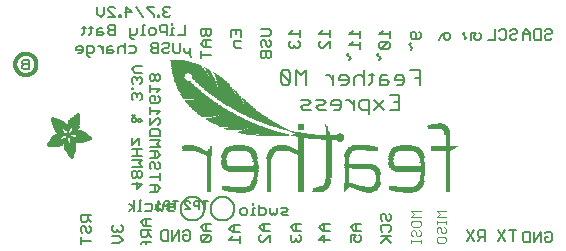
<source format=gbr>
G04 EAGLE Gerber RS-274X export*
G75*
%MOMM*%
%FSLAX34Y34*%
%LPD*%
%INSilkscreen Bottom*%
%IPPOS*%
%AMOC8*
5,1,8,0,0,1.08239X$1,22.5*%
G01*
%ADD10C,0.127000*%
%ADD11C,0.177800*%
%ADD12C,0.101600*%
%ADD13C,0.203200*%
%ADD14C,0.152400*%
%ADD15R,0.914400X0.025400*%
%ADD16R,0.508000X0.025400*%
%ADD17R,0.889000X0.025400*%
%ADD18R,0.406400X0.025400*%
%ADD19R,1.320800X0.025400*%
%ADD20R,0.736600X0.025400*%
%ADD21R,0.660400X0.025400*%
%ADD22R,1.346200X0.025400*%
%ADD23R,1.625600X0.025400*%
%ADD24R,0.939800X0.025400*%
%ADD25R,0.025400X0.025400*%
%ADD26R,0.863600X0.025400*%
%ADD27R,0.431800X0.025400*%
%ADD28R,1.600200X0.025400*%
%ADD29R,1.854200X0.025400*%
%ADD30R,1.066800X0.025400*%
%ADD31R,0.050800X0.025400*%
%ADD32R,1.828800X0.025400*%
%ADD33R,2.032000X0.025400*%
%ADD34R,1.219200X0.025400*%
%ADD35R,0.076200X0.025400*%
%ADD36R,0.990600X0.025400*%
%ADD37R,2.057400X0.025400*%
%ADD38R,2.209800X0.025400*%
%ADD39R,2.362200X0.025400*%
%ADD40R,1.447800X0.025400*%
%ADD41R,0.101600X0.025400*%
%ADD42R,1.092200X0.025400*%
%ADD43R,2.489200X0.025400*%
%ADD44R,1.574800X0.025400*%
%ADD45R,0.127000X0.025400*%
%ADD46R,1.143000X0.025400*%
%ADD47R,2.565400X0.025400*%
%ADD48R,1.676400X0.025400*%
%ADD49R,0.152400X0.025400*%
%ADD50R,1.168400X0.025400*%
%ADD51R,2.590800X0.025400*%
%ADD52R,1.752600X0.025400*%
%ADD53R,0.177800X0.025400*%
%ADD54R,1.193800X0.025400*%
%ADD55R,2.616200X0.025400*%
%ADD56R,0.203200X0.025400*%
%ADD57R,2.641600X0.025400*%
%ADD58R,1.930400X0.025400*%
%ADD59R,0.228600X0.025400*%
%ADD60R,1.244600X0.025400*%
%ADD61R,2.667000X0.025400*%
%ADD62R,0.254000X0.025400*%
%ADD63R,2.692400X0.025400*%
%ADD64R,2.108200X0.025400*%
%ADD65R,0.279400X0.025400*%
%ADD66R,2.717800X0.025400*%
%ADD67R,1.041400X0.025400*%
%ADD68R,2.743200X0.025400*%
%ADD69R,2.260600X0.025400*%
%ADD70R,0.304800X0.025400*%
%ADD71R,0.838200X0.025400*%
%ADD72R,0.685800X0.025400*%
%ADD73R,1.270000X0.025400*%
%ADD74R,0.330200X0.025400*%
%ADD75R,0.609600X0.025400*%
%ADD76R,0.355600X0.025400*%
%ADD77R,0.762000X0.025400*%
%ADD78R,0.635000X0.025400*%
%ADD79R,0.584200X0.025400*%
%ADD80R,0.381000X0.025400*%
%ADD81R,0.533400X0.025400*%
%ADD82R,0.558800X0.025400*%
%ADD83R,0.482600X0.025400*%
%ADD84R,1.117600X0.025400*%
%ADD85R,0.457200X0.025400*%
%ADD86R,0.787400X0.025400*%
%ADD87R,0.711200X0.025400*%
%ADD88R,2.413000X0.025400*%
%ADD89R,2.438400X0.025400*%
%ADD90R,2.540000X0.025400*%
%ADD91R,2.794000X0.025400*%
%ADD92R,2.819400X0.025400*%
%ADD93R,2.844800X0.025400*%
%ADD94R,2.870200X0.025400*%
%ADD95R,1.016000X0.025400*%
%ADD96R,2.895600X0.025400*%
%ADD97R,1.422400X0.025400*%
%ADD98R,2.921000X0.025400*%
%ADD99R,1.803400X0.025400*%
%ADD100R,2.946400X0.025400*%
%ADD101R,2.971800X0.025400*%
%ADD102R,2.997200X0.025400*%
%ADD103R,3.022600X0.025400*%
%ADD104R,2.768600X0.025400*%
%ADD105R,2.514600X0.025400*%
%ADD106R,2.336800X0.025400*%
%ADD107R,0.965200X0.025400*%
%ADD108R,0.812800X0.025400*%
%ADD109R,1.651000X0.025400*%
%ADD110R,1.701800X0.025400*%
%ADD111R,1.727200X0.025400*%
%ADD112R,2.159000X0.025400*%
%ADD113R,1.778000X0.025400*%
%ADD114R,2.082800X0.025400*%
%ADD115R,2.463800X0.025400*%
%ADD116R,2.006600X0.025400*%
%ADD117R,1.905000X0.025400*%
%ADD118R,2.286000X0.025400*%
%ADD119R,1.955800X0.025400*%
%ADD120R,2.235200X0.025400*%
%ADD121R,1.524000X0.025400*%
%ADD122R,1.981200X0.025400*%
%ADD123R,2.184400X0.025400*%
%ADD124R,1.473200X0.025400*%
%ADD125R,1.397000X0.025400*%
%ADD126R,2.387600X0.025400*%
%ADD127R,1.879600X0.025400*%
%ADD128R,1.295400X0.025400*%
%ADD129R,1.549400X0.025400*%
%ADD130R,1.371600X0.025400*%
%ADD131R,3.200400X0.025400*%
%ADD132R,3.378200X0.025400*%
%ADD133R,3.835400X0.025400*%
%ADD134R,3.987800X0.025400*%
%ADD135R,4.089400X0.025400*%
%ADD136R,4.216400X0.025400*%
%ADD137R,2.311400X0.025400*%
%ADD138R,3.225800X0.025400*%
%ADD139R,3.479800X0.025400*%
%ADD140R,3.454400X0.025400*%
%ADD141R,1.498600X0.025400*%
%ADD142R,3.429000X0.025400*%
%ADD143R,3.403600X0.025400*%
%ADD144R,3.352800X0.025400*%
%ADD145R,3.327400X0.025400*%
%ADD146R,3.302000X0.025400*%
%ADD147R,3.276600X0.025400*%
%ADD148R,3.251200X0.025400*%
%ADD149R,3.175000X0.025400*%
%ADD150R,2.133600X0.025400*%
%ADD151R,0.050800X0.006300*%
%ADD152R,0.082600X0.006400*%
%ADD153R,0.120600X0.006300*%
%ADD154R,0.139700X0.006400*%
%ADD155R,0.158800X0.006300*%
%ADD156R,0.177800X0.006400*%
%ADD157R,0.196800X0.006300*%
%ADD158R,0.215900X0.006400*%
%ADD159R,0.228600X0.006300*%
%ADD160R,0.241300X0.006400*%
%ADD161R,0.254000X0.006300*%
%ADD162R,0.266700X0.006400*%
%ADD163R,0.279400X0.006300*%
%ADD164R,0.285700X0.006400*%
%ADD165R,0.298400X0.006300*%
%ADD166R,0.311200X0.006400*%
%ADD167R,0.317500X0.006300*%
%ADD168R,0.330200X0.006400*%
%ADD169R,0.336600X0.006300*%
%ADD170R,0.349200X0.006400*%
%ADD171R,0.361900X0.006300*%
%ADD172R,0.368300X0.006400*%
%ADD173R,0.381000X0.006300*%
%ADD174R,0.387300X0.006400*%
%ADD175R,0.393700X0.006300*%
%ADD176R,0.406400X0.006400*%
%ADD177R,0.412700X0.006300*%
%ADD178R,0.419100X0.006400*%
%ADD179R,0.431800X0.006300*%
%ADD180R,0.438100X0.006400*%
%ADD181R,0.450800X0.006300*%
%ADD182R,0.457200X0.006400*%
%ADD183R,0.463500X0.006300*%
%ADD184R,0.476200X0.006400*%
%ADD185R,0.482600X0.006300*%
%ADD186R,0.488900X0.006400*%
%ADD187R,0.501600X0.006300*%
%ADD188R,0.508000X0.006400*%
%ADD189R,0.514300X0.006300*%
%ADD190R,0.527000X0.006400*%
%ADD191R,0.533400X0.006300*%
%ADD192R,0.546100X0.006400*%
%ADD193R,0.552400X0.006300*%
%ADD194R,0.558800X0.006400*%
%ADD195R,0.571500X0.006300*%
%ADD196R,0.577800X0.006400*%
%ADD197R,0.584200X0.006300*%
%ADD198R,0.596900X0.006400*%
%ADD199R,0.603200X0.006300*%
%ADD200R,0.609600X0.006400*%
%ADD201R,0.622300X0.006300*%
%ADD202R,0.628600X0.006400*%
%ADD203R,0.641300X0.006300*%
%ADD204R,0.647700X0.006400*%
%ADD205R,0.063500X0.006300*%
%ADD206R,0.654000X0.006300*%
%ADD207R,0.101600X0.006400*%
%ADD208R,0.666700X0.006400*%
%ADD209R,0.139700X0.006300*%
%ADD210R,0.673100X0.006300*%
%ADD211R,0.165100X0.006400*%
%ADD212R,0.679400X0.006400*%
%ADD213R,0.196900X0.006300*%
%ADD214R,0.692100X0.006300*%
%ADD215R,0.222200X0.006400*%
%ADD216R,0.698500X0.006400*%
%ADD217R,0.247700X0.006300*%
%ADD218R,0.704800X0.006300*%
%ADD219R,0.279400X0.006400*%
%ADD220R,0.717500X0.006400*%
%ADD221R,0.298500X0.006300*%
%ADD222R,0.723900X0.006300*%
%ADD223R,0.736600X0.006400*%
%ADD224R,0.342900X0.006300*%
%ADD225R,0.742900X0.006300*%
%ADD226R,0.374700X0.006400*%
%ADD227R,0.749300X0.006400*%
%ADD228R,0.762000X0.006300*%
%ADD229R,0.412700X0.006400*%
%ADD230R,0.768300X0.006400*%
%ADD231R,0.438100X0.006300*%
%ADD232R,0.774700X0.006300*%
%ADD233R,0.463600X0.006400*%
%ADD234R,0.787400X0.006400*%
%ADD235R,0.793700X0.006300*%
%ADD236R,0.495300X0.006400*%
%ADD237R,0.800100X0.006400*%
%ADD238R,0.520700X0.006300*%
%ADD239R,0.812800X0.006300*%
%ADD240R,0.533400X0.006400*%
%ADD241R,0.819100X0.006400*%
%ADD242R,0.558800X0.006300*%
%ADD243R,0.825500X0.006300*%
%ADD244R,0.577900X0.006400*%
%ADD245R,0.831800X0.006400*%
%ADD246R,0.596900X0.006300*%
%ADD247R,0.844500X0.006300*%
%ADD248R,0.616000X0.006400*%
%ADD249R,0.850900X0.006400*%
%ADD250R,0.635000X0.006300*%
%ADD251R,0.857200X0.006300*%
%ADD252R,0.654100X0.006400*%
%ADD253R,0.863600X0.006400*%
%ADD254R,0.666700X0.006300*%
%ADD255R,0.869900X0.006300*%
%ADD256R,0.685800X0.006400*%
%ADD257R,0.876300X0.006400*%
%ADD258R,0.882600X0.006300*%
%ADD259R,0.723900X0.006400*%
%ADD260R,0.889000X0.006400*%
%ADD261R,0.895300X0.006300*%
%ADD262R,0.755700X0.006400*%
%ADD263R,0.901700X0.006400*%
%ADD264R,0.908000X0.006300*%
%ADD265R,0.793800X0.006400*%
%ADD266R,0.914400X0.006400*%
%ADD267R,0.806400X0.006300*%
%ADD268R,0.920700X0.006300*%
%ADD269R,0.825500X0.006400*%
%ADD270R,0.927100X0.006400*%
%ADD271R,0.933400X0.006300*%
%ADD272R,0.857300X0.006400*%
%ADD273R,0.939800X0.006400*%
%ADD274R,0.870000X0.006300*%
%ADD275R,0.939800X0.006300*%
%ADD276R,0.946100X0.006400*%
%ADD277R,0.952500X0.006300*%
%ADD278R,0.908000X0.006400*%
%ADD279R,0.958800X0.006400*%
%ADD280R,0.965200X0.006300*%
%ADD281R,0.965200X0.006400*%
%ADD282R,0.971500X0.006300*%
%ADD283R,0.952500X0.006400*%
%ADD284R,0.977900X0.006400*%
%ADD285R,0.958800X0.006300*%
%ADD286R,0.984200X0.006300*%
%ADD287R,0.971500X0.006400*%
%ADD288R,0.984200X0.006400*%
%ADD289R,0.990600X0.006300*%
%ADD290R,0.984300X0.006400*%
%ADD291R,0.996900X0.006400*%
%ADD292R,0.997000X0.006300*%
%ADD293R,0.996900X0.006300*%
%ADD294R,1.003300X0.006400*%
%ADD295R,1.016000X0.006300*%
%ADD296R,1.009600X0.006300*%
%ADD297R,1.016000X0.006400*%
%ADD298R,1.009600X0.006400*%
%ADD299R,1.022300X0.006300*%
%ADD300R,1.028700X0.006400*%
%ADD301R,1.035100X0.006300*%
%ADD302R,1.047800X0.006400*%
%ADD303R,1.054100X0.006300*%
%ADD304R,1.028700X0.006300*%
%ADD305R,1.054100X0.006400*%
%ADD306R,1.035000X0.006400*%
%ADD307R,1.060400X0.006300*%
%ADD308R,1.035000X0.006300*%
%ADD309R,1.060500X0.006400*%
%ADD310R,1.041400X0.006400*%
%ADD311R,1.066800X0.006300*%
%ADD312R,1.041400X0.006300*%
%ADD313R,1.079500X0.006400*%
%ADD314R,1.047700X0.006400*%
%ADD315R,1.085900X0.006300*%
%ADD316R,1.047700X0.006300*%
%ADD317R,1.085800X0.006400*%
%ADD318R,1.092200X0.006300*%
%ADD319R,1.085900X0.006400*%
%ADD320R,1.098600X0.006300*%
%ADD321R,1.098600X0.006400*%
%ADD322R,1.060400X0.006400*%
%ADD323R,1.104900X0.006300*%
%ADD324R,1.104900X0.006400*%
%ADD325R,1.066800X0.006400*%
%ADD326R,1.111200X0.006300*%
%ADD327R,1.117600X0.006400*%
%ADD328R,1.117600X0.006300*%
%ADD329R,1.073100X0.006300*%
%ADD330R,1.073100X0.006400*%
%ADD331R,1.124000X0.006300*%
%ADD332R,1.079500X0.006300*%
%ADD333R,1.123900X0.006400*%
%ADD334R,1.130300X0.006300*%
%ADD335R,1.130300X0.006400*%
%ADD336R,1.136700X0.006400*%
%ADD337R,1.136700X0.006300*%
%ADD338R,1.085800X0.006300*%
%ADD339R,1.136600X0.006400*%
%ADD340R,1.136600X0.006300*%
%ADD341R,1.143000X0.006400*%
%ADD342R,1.143000X0.006300*%
%ADD343R,1.149400X0.006300*%
%ADD344R,1.149300X0.006300*%
%ADD345R,1.149300X0.006400*%
%ADD346R,1.149400X0.006400*%
%ADD347R,1.155700X0.006400*%
%ADD348R,1.155700X0.006300*%
%ADD349R,1.060500X0.006300*%
%ADD350R,2.197100X0.006400*%
%ADD351R,2.197100X0.006300*%
%ADD352R,2.184400X0.006300*%
%ADD353R,2.184400X0.006400*%
%ADD354R,2.171700X0.006400*%
%ADD355R,2.171700X0.006300*%
%ADD356R,1.530300X0.006400*%
%ADD357R,1.505000X0.006300*%
%ADD358R,1.492300X0.006400*%
%ADD359R,1.485900X0.006300*%
%ADD360R,0.565200X0.006300*%
%ADD361R,1.473200X0.006400*%
%ADD362R,0.565200X0.006400*%
%ADD363R,1.460500X0.006300*%
%ADD364R,1.454100X0.006400*%
%ADD365R,0.552400X0.006400*%
%ADD366R,1.441500X0.006300*%
%ADD367R,0.546100X0.006300*%
%ADD368R,1.435100X0.006400*%
%ADD369R,0.539800X0.006400*%
%ADD370R,1.428800X0.006300*%
%ADD371R,1.422400X0.006400*%
%ADD372R,1.409700X0.006300*%
%ADD373R,0.527100X0.006300*%
%ADD374R,1.403300X0.006400*%
%ADD375R,0.527100X0.006400*%
%ADD376R,1.390700X0.006300*%
%ADD377R,1.384300X0.006400*%
%ADD378R,0.520700X0.006400*%
%ADD379R,1.384300X0.006300*%
%ADD380R,0.514400X0.006300*%
%ADD381R,1.371600X0.006400*%
%ADD382R,1.365200X0.006300*%
%ADD383R,0.508000X0.006300*%
%ADD384R,1.352600X0.006400*%
%ADD385R,0.501700X0.006400*%
%ADD386R,0.711200X0.006300*%
%ADD387R,0.603300X0.006300*%
%ADD388R,0.501700X0.006300*%
%ADD389R,0.692100X0.006400*%
%ADD390R,0.571500X0.006400*%
%ADD391R,0.679400X0.006300*%
%ADD392R,0.495300X0.006300*%
%ADD393R,0.673100X0.006400*%
%ADD394R,0.666800X0.006300*%
%ADD395R,0.488900X0.006300*%
%ADD396R,0.660400X0.006400*%
%ADD397R,0.482600X0.006400*%
%ADD398R,0.476200X0.006300*%
%ADD399R,0.654000X0.006400*%
%ADD400R,0.469900X0.006400*%
%ADD401R,0.476300X0.006400*%
%ADD402R,0.647700X0.006300*%
%ADD403R,0.457200X0.006300*%
%ADD404R,0.469900X0.006300*%
%ADD405R,0.641300X0.006400*%
%ADD406R,0.444500X0.006400*%
%ADD407R,0.463600X0.006300*%
%ADD408R,0.635000X0.006400*%
%ADD409R,0.463500X0.006400*%
%ADD410R,0.393700X0.006400*%
%ADD411R,0.450800X0.006400*%
%ADD412R,0.628600X0.006300*%
%ADD413R,0.387400X0.006300*%
%ADD414R,0.450900X0.006300*%
%ADD415R,0.628700X0.006400*%
%ADD416R,0.374600X0.006400*%
%ADD417R,0.368300X0.006300*%
%ADD418R,0.438200X0.006300*%
%ADD419R,0.622300X0.006400*%
%ADD420R,0.355600X0.006400*%
%ADD421R,0.431800X0.006400*%
%ADD422R,0.349300X0.006300*%
%ADD423R,0.425400X0.006300*%
%ADD424R,0.615900X0.006300*%
%ADD425R,0.330200X0.006300*%
%ADD426R,0.419100X0.006300*%
%ADD427R,0.616000X0.006300*%
%ADD428R,0.311200X0.006300*%
%ADD429R,0.406400X0.006300*%
%ADD430R,0.615900X0.006400*%
%ADD431R,0.304800X0.006400*%
%ADD432R,0.158800X0.006400*%
%ADD433R,0.609600X0.006300*%
%ADD434R,0.292100X0.006300*%
%ADD435R,0.235000X0.006300*%
%ADD436R,0.387400X0.006400*%
%ADD437R,0.292100X0.006400*%
%ADD438R,0.336500X0.006300*%
%ADD439R,0.260400X0.006300*%
%ADD440R,0.603300X0.006400*%
%ADD441R,0.260400X0.006400*%
%ADD442R,0.362000X0.006400*%
%ADD443R,0.450900X0.006400*%
%ADD444R,0.355600X0.006300*%
%ADD445R,0.342900X0.006400*%
%ADD446R,0.514300X0.006400*%
%ADD447R,0.234900X0.006300*%
%ADD448R,0.539700X0.006300*%
%ADD449R,0.603200X0.006400*%
%ADD450R,0.234900X0.006400*%
%ADD451R,0.920700X0.006400*%
%ADD452R,0.958900X0.006400*%
%ADD453R,0.215900X0.006300*%
%ADD454R,0.209600X0.006400*%
%ADD455R,0.203200X0.006300*%
%ADD456R,1.003300X0.006300*%
%ADD457R,0.203200X0.006400*%
%ADD458R,0.196900X0.006400*%
%ADD459R,0.190500X0.006300*%
%ADD460R,0.190500X0.006400*%
%ADD461R,0.184200X0.006300*%
%ADD462R,0.590500X0.006400*%
%ADD463R,0.184200X0.006400*%
%ADD464R,0.590500X0.006300*%
%ADD465R,0.177800X0.006300*%
%ADD466R,0.584200X0.006400*%
%ADD467R,1.168400X0.006400*%
%ADD468R,0.171500X0.006300*%
%ADD469R,1.187500X0.006300*%
%ADD470R,1.200100X0.006400*%
%ADD471R,0.577800X0.006300*%
%ADD472R,1.212900X0.006300*%
%ADD473R,1.231900X0.006400*%
%ADD474R,1.250900X0.006300*%
%ADD475R,0.565100X0.006400*%
%ADD476R,0.184100X0.006400*%
%ADD477R,1.263700X0.006400*%
%ADD478R,0.565100X0.006300*%
%ADD479R,1.289100X0.006300*%
%ADD480R,1.314400X0.006400*%
%ADD481R,0.552500X0.006300*%
%ADD482R,1.568500X0.006300*%
%ADD483R,0.552500X0.006400*%
%ADD484R,1.581200X0.006400*%
%ADD485R,1.593800X0.006300*%
%ADD486R,1.606500X0.006400*%
%ADD487R,1.619300X0.006300*%
%ADD488R,0.514400X0.006400*%
%ADD489R,1.638300X0.006400*%
%ADD490R,1.657300X0.006300*%
%ADD491R,2.209800X0.006400*%
%ADD492R,2.425700X0.006300*%
%ADD493R,2.470100X0.006400*%
%ADD494R,2.501900X0.006300*%
%ADD495R,2.533700X0.006400*%
%ADD496R,2.559000X0.006300*%
%ADD497R,2.584500X0.006400*%
%ADD498R,2.609900X0.006300*%
%ADD499R,2.628900X0.006400*%
%ADD500R,2.660600X0.006300*%
%ADD501R,2.673400X0.006400*%
%ADD502R,1.422400X0.006300*%
%ADD503R,1.200200X0.006300*%
%ADD504R,1.365300X0.006300*%
%ADD505R,1.365300X0.006400*%
%ADD506R,1.352500X0.006300*%
%ADD507R,1.098500X0.006300*%
%ADD508R,1.358900X0.006400*%
%ADD509R,1.352600X0.006300*%
%ADD510R,1.358900X0.006300*%
%ADD511R,1.371600X0.006300*%
%ADD512R,1.377900X0.006400*%
%ADD513R,1.397000X0.006400*%
%ADD514R,1.403300X0.006300*%
%ADD515R,0.914400X0.006300*%
%ADD516R,0.876300X0.006300*%
%ADD517R,0.374600X0.006300*%
%ADD518R,1.073200X0.006400*%
%ADD519R,0.374700X0.006300*%
%ADD520R,0.844600X0.006400*%
%ADD521R,0.844600X0.006300*%
%ADD522R,0.831900X0.006400*%
%ADD523R,1.092200X0.006400*%
%ADD524R,0.400000X0.006300*%
%ADD525R,0.819200X0.006400*%
%ADD526R,1.111300X0.006400*%
%ADD527R,0.812800X0.006400*%
%ADD528R,0.800100X0.006300*%
%ADD529R,0.476300X0.006300*%
%ADD530R,1.181100X0.006300*%
%ADD531R,0.501600X0.006400*%
%ADD532R,1.193800X0.006400*%
%ADD533R,0.781000X0.006400*%
%ADD534R,1.238200X0.006400*%
%ADD535R,0.781100X0.006300*%
%ADD536R,1.257300X0.006300*%
%ADD537R,1.295400X0.006400*%
%ADD538R,1.333500X0.006300*%
%ADD539R,0.774700X0.006400*%
%ADD540R,1.866900X0.006400*%
%ADD541R,0.209600X0.006300*%
%ADD542R,1.866900X0.006300*%
%ADD543R,0.768400X0.006400*%
%ADD544R,0.209500X0.006400*%
%ADD545R,1.860600X0.006400*%
%ADD546R,0.762000X0.006400*%
%ADD547R,0.768400X0.006300*%
%ADD548R,1.860600X0.006300*%
%ADD549R,1.860500X0.006400*%
%ADD550R,0.222300X0.006300*%
%ADD551R,1.854200X0.006300*%
%ADD552R,0.235000X0.006400*%
%ADD553R,1.854200X0.006400*%
%ADD554R,0.768300X0.006300*%
%ADD555R,0.260300X0.006400*%
%ADD556R,1.847800X0.006400*%
%ADD557R,0.266700X0.006300*%
%ADD558R,1.847800X0.006300*%
%ADD559R,0.273100X0.006400*%
%ADD560R,1.841500X0.006400*%
%ADD561R,0.285800X0.006300*%
%ADD562R,1.841500X0.006300*%
%ADD563R,0.298500X0.006400*%
%ADD564R,1.835100X0.006400*%
%ADD565R,0.781000X0.006300*%
%ADD566R,0.304800X0.006300*%
%ADD567R,1.835100X0.006300*%
%ADD568R,0.317500X0.006400*%
%ADD569R,1.828800X0.006400*%
%ADD570R,0.787400X0.006300*%
%ADD571R,0.323800X0.006300*%
%ADD572R,1.828800X0.006300*%
%ADD573R,0.793700X0.006400*%
%ADD574R,1.822400X0.006400*%
%ADD575R,0.806500X0.006300*%
%ADD576R,1.822400X0.006300*%
%ADD577R,1.816100X0.006400*%
%ADD578R,0.819100X0.006300*%
%ADD579R,0.387300X0.006300*%
%ADD580R,1.816100X0.006300*%
%ADD581R,1.809800X0.006400*%
%ADD582R,1.803400X0.006300*%
%ADD583R,1.797000X0.006400*%
%ADD584R,0.901700X0.006300*%
%ADD585R,1.797000X0.006300*%
%ADD586R,1.441400X0.006400*%
%ADD587R,1.790700X0.006400*%
%ADD588R,1.447800X0.006300*%
%ADD589R,1.784300X0.006300*%
%ADD590R,1.447800X0.006400*%
%ADD591R,1.784300X0.006400*%
%ADD592R,1.454100X0.006300*%
%ADD593R,1.771700X0.006300*%
%ADD594R,1.460500X0.006400*%
%ADD595R,1.759000X0.006400*%
%ADD596R,1.466800X0.006300*%
%ADD597R,1.752600X0.006300*%
%ADD598R,1.466800X0.006400*%
%ADD599R,1.739900X0.006400*%
%ADD600R,1.473200X0.006300*%
%ADD601R,1.727200X0.006300*%
%ADD602R,1.479500X0.006400*%
%ADD603R,1.714500X0.006400*%
%ADD604R,1.695400X0.006300*%
%ADD605R,1.485900X0.006400*%
%ADD606R,1.682700X0.006400*%
%ADD607R,1.492200X0.006300*%
%ADD608R,1.663700X0.006300*%
%ADD609R,1.498600X0.006400*%
%ADD610R,1.644600X0.006400*%
%ADD611R,1.498600X0.006300*%
%ADD612R,1.619200X0.006300*%
%ADD613R,1.511300X0.006400*%
%ADD614R,1.600200X0.006400*%
%ADD615R,1.517700X0.006300*%
%ADD616R,1.574800X0.006300*%
%ADD617R,1.524000X0.006400*%
%ADD618R,1.555800X0.006400*%
%ADD619R,1.524000X0.006300*%
%ADD620R,1.536700X0.006300*%
%ADD621R,1.530400X0.006400*%
%ADD622R,1.517700X0.006400*%
%ADD623R,1.492300X0.006300*%
%ADD624R,1.549400X0.006400*%
%ADD625R,1.479600X0.006400*%
%ADD626R,1.549400X0.006300*%
%ADD627R,1.555700X0.006400*%
%ADD628R,1.562100X0.006300*%
%ADD629R,0.323900X0.006300*%
%ADD630R,1.568400X0.006400*%
%ADD631R,0.336600X0.006400*%
%ADD632R,1.587500X0.006300*%
%ADD633R,0.971600X0.006300*%
%ADD634R,0.349300X0.006400*%
%ADD635R,1.600200X0.006300*%
%ADD636R,0.920800X0.006300*%
%ADD637R,0.882700X0.006400*%
%ADD638R,1.612900X0.006300*%
%ADD639R,0.362000X0.006300*%
%ADD640R,1.625600X0.006400*%
%ADD641R,1.625600X0.006300*%
%ADD642R,1.644600X0.006300*%
%ADD643R,0.736600X0.006300*%
%ADD644R,0.717600X0.006400*%
%ADD645R,1.657400X0.006300*%
%ADD646R,0.679500X0.006300*%
%ADD647R,1.663700X0.006400*%
%ADD648R,0.400000X0.006400*%
%ADD649R,1.676400X0.006300*%
%ADD650R,1.676400X0.006400*%
%ADD651R,0.425500X0.006400*%
%ADD652R,1.352500X0.006400*%
%ADD653R,0.444500X0.006300*%
%ADD654R,0.361900X0.006400*%
%ADD655R,0.088900X0.006300*%
%ADD656R,1.009700X0.006300*%
%ADD657R,1.009700X0.006400*%
%ADD658R,1.022300X0.006400*%
%ADD659R,1.346200X0.006400*%
%ADD660R,1.346200X0.006300*%
%ADD661R,1.339900X0.006400*%
%ADD662R,1.035100X0.006400*%
%ADD663R,1.339800X0.006300*%
%ADD664R,1.333500X0.006400*%
%ADD665R,1.327200X0.006400*%
%ADD666R,1.320800X0.006300*%
%ADD667R,1.314500X0.006400*%
%ADD668R,1.314400X0.006300*%
%ADD669R,1.301700X0.006400*%
%ADD670R,1.295400X0.006300*%
%ADD671R,1.289000X0.006400*%
%ADD672R,1.276300X0.006300*%
%ADD673R,1.251000X0.006300*%
%ADD674R,1.244600X0.006400*%
%ADD675R,1.231900X0.006300*%
%ADD676R,1.212800X0.006400*%
%ADD677R,1.200100X0.006300*%
%ADD678R,1.187400X0.006400*%
%ADD679R,1.168400X0.006300*%
%ADD680R,1.047800X0.006300*%
%ADD681R,0.977900X0.006300*%
%ADD682R,0.946200X0.006400*%
%ADD683R,0.933400X0.006400*%
%ADD684R,0.895300X0.006400*%
%ADD685R,0.882700X0.006300*%
%ADD686R,0.863600X0.006300*%
%ADD687R,0.857200X0.006400*%
%ADD688R,0.850900X0.006300*%
%ADD689R,0.838200X0.006300*%
%ADD690R,0.806500X0.006400*%
%ADD691R,0.717600X0.006300*%
%ADD692R,0.711200X0.006400*%
%ADD693R,0.641400X0.006400*%
%ADD694R,0.641400X0.006300*%
%ADD695R,0.628700X0.006300*%
%ADD696R,0.590600X0.006300*%
%ADD697R,0.539700X0.006400*%
%ADD698R,0.285700X0.006300*%
%ADD699R,0.222200X0.006300*%
%ADD700R,0.171400X0.006300*%
%ADD701R,0.152400X0.006400*%
%ADD702R,0.133400X0.006300*%
%ADD703C,0.304800*%


D10*
X134978Y222680D02*
X133495Y224163D01*
X130529Y224163D01*
X129046Y222680D01*
X129046Y221197D01*
X130529Y219714D01*
X132012Y219714D01*
X130529Y219714D02*
X129046Y218231D01*
X129046Y216748D01*
X130529Y215265D01*
X133495Y215265D01*
X134978Y216748D01*
X125623Y216748D02*
X125623Y215265D01*
X125623Y216748D02*
X124140Y216748D01*
X124140Y215265D01*
X125623Y215265D01*
X120945Y224163D02*
X115014Y224163D01*
X115014Y222680D01*
X120945Y216748D01*
X120945Y215265D01*
X111590Y215265D02*
X105659Y224163D01*
X97786Y224163D02*
X97786Y215265D01*
X102235Y219714D02*
X97786Y224163D01*
X96303Y219714D02*
X102235Y219714D01*
X92880Y216748D02*
X92880Y215265D01*
X92880Y216748D02*
X91397Y216748D01*
X91397Y215265D01*
X92880Y215265D01*
X88202Y215265D02*
X82271Y215265D01*
X88202Y215265D02*
X82271Y221197D01*
X82271Y222680D01*
X83753Y224163D01*
X86719Y224163D01*
X88202Y222680D01*
X78847Y224163D02*
X78847Y218231D01*
X75881Y215265D01*
X72915Y218231D01*
X72915Y224163D01*
X147452Y208923D02*
X147452Y200025D01*
X141520Y200025D01*
X138097Y205957D02*
X136614Y205957D01*
X136614Y200025D01*
X138097Y200025D02*
X135131Y200025D01*
X136614Y208923D02*
X136614Y210406D01*
X131860Y208923D02*
X131860Y200025D01*
X131860Y208923D02*
X127411Y208923D01*
X125928Y207440D01*
X125928Y204474D01*
X127411Y202991D01*
X131860Y202991D01*
X121022Y200025D02*
X118056Y200025D01*
X116573Y201508D01*
X116573Y204474D01*
X118056Y205957D01*
X121022Y205957D01*
X122505Y204474D01*
X122505Y201508D01*
X121022Y200025D01*
X113149Y208923D02*
X111667Y208923D01*
X111667Y200025D01*
X113149Y200025D02*
X110184Y200025D01*
X106913Y201508D02*
X106913Y205957D01*
X106913Y201508D02*
X105430Y200025D01*
X100981Y200025D01*
X100981Y198542D02*
X100981Y205957D01*
X100981Y198542D02*
X102464Y197059D01*
X103947Y197059D01*
X88202Y200025D02*
X88202Y208923D01*
X83754Y208923D01*
X82271Y207440D01*
X82271Y205957D01*
X83754Y204474D01*
X82271Y202991D01*
X82271Y201508D01*
X83754Y200025D01*
X88202Y200025D01*
X88202Y204474D02*
X83754Y204474D01*
X77364Y205957D02*
X74398Y205957D01*
X72915Y204474D01*
X72915Y200025D01*
X77364Y200025D01*
X78847Y201508D01*
X77364Y202991D01*
X72915Y202991D01*
X68009Y201508D02*
X68009Y207440D01*
X68009Y201508D02*
X66526Y200025D01*
X66526Y205957D02*
X69492Y205957D01*
X61772Y207440D02*
X61772Y201508D01*
X60289Y200025D01*
X60289Y205957D02*
X63255Y205957D01*
X151426Y189234D02*
X151426Y186268D01*
X149943Y184785D01*
X148460Y184785D01*
X146977Y186268D01*
X146977Y189234D01*
X151426Y186268D02*
X151426Y183302D01*
X152909Y181819D01*
X143554Y186268D02*
X143554Y193683D01*
X143554Y186268D02*
X142071Y184785D01*
X139105Y184785D01*
X137622Y186268D01*
X137622Y193683D01*
X129750Y193683D02*
X128267Y192200D01*
X129750Y193683D02*
X132716Y193683D01*
X134199Y192200D01*
X134199Y190717D01*
X132716Y189234D01*
X129750Y189234D01*
X128267Y187751D01*
X128267Y186268D01*
X129750Y184785D01*
X132716Y184785D01*
X134199Y186268D01*
X124843Y184785D02*
X124843Y193683D01*
X120395Y193683D01*
X118912Y192200D01*
X118912Y190717D01*
X120395Y189234D01*
X118912Y187751D01*
X118912Y186268D01*
X120395Y184785D01*
X124843Y184785D01*
X124843Y189234D02*
X120395Y189234D01*
X104650Y190717D02*
X100201Y190717D01*
X104650Y190717D02*
X106133Y189234D01*
X106133Y186268D01*
X104650Y184785D01*
X100201Y184785D01*
X96778Y184785D02*
X96778Y193683D01*
X95295Y190717D02*
X96778Y189234D01*
X95295Y190717D02*
X92329Y190717D01*
X90846Y189234D01*
X90846Y184785D01*
X85940Y190717D02*
X82974Y190717D01*
X81491Y189234D01*
X81491Y184785D01*
X85940Y184785D01*
X87423Y186268D01*
X85940Y187751D01*
X81491Y187751D01*
X78067Y184785D02*
X78067Y190717D01*
X75102Y190717D02*
X78067Y187751D01*
X75102Y190717D02*
X73619Y190717D01*
X67306Y181819D02*
X65823Y181819D01*
X64340Y183302D01*
X64340Y190717D01*
X68789Y190717D01*
X70272Y189234D01*
X70272Y186268D01*
X68789Y184785D01*
X64340Y184785D01*
X59433Y184785D02*
X56468Y184785D01*
X59433Y184785D02*
X60916Y186268D01*
X60916Y189234D01*
X59433Y190717D01*
X56468Y190717D01*
X54985Y189234D01*
X54985Y187751D01*
X60916Y187751D01*
D11*
X345962Y170254D02*
X345962Y158052D01*
X345962Y170254D02*
X337827Y170254D01*
X341895Y164153D02*
X345962Y164153D01*
X331065Y158052D02*
X326998Y158052D01*
X331065Y158052D02*
X333099Y160085D01*
X333099Y164153D01*
X331065Y166186D01*
X326998Y166186D01*
X324964Y164153D01*
X324964Y162119D01*
X333099Y162119D01*
X318202Y166186D02*
X314134Y166186D01*
X312100Y164153D01*
X312100Y158052D01*
X318202Y158052D01*
X320235Y160085D01*
X318202Y162119D01*
X312100Y162119D01*
X305338Y160085D02*
X305338Y168220D01*
X305338Y160085D02*
X303305Y158052D01*
X303305Y166186D02*
X307372Y166186D01*
X298796Y170254D02*
X298796Y158052D01*
X298796Y164153D02*
X296763Y166186D01*
X292695Y166186D01*
X290661Y164153D01*
X290661Y158052D01*
X283899Y158052D02*
X279832Y158052D01*
X283899Y158052D02*
X285933Y160085D01*
X285933Y164153D01*
X283899Y166186D01*
X279832Y166186D01*
X277798Y164153D01*
X277798Y162119D01*
X285933Y162119D01*
X273070Y158052D02*
X273070Y166186D01*
X273070Y162119D02*
X269002Y166186D01*
X266968Y166186D01*
X249487Y170254D02*
X249487Y158052D01*
X245419Y166186D02*
X249487Y170254D01*
X245419Y166186D02*
X241352Y170254D01*
X241352Y158052D01*
X236623Y160085D02*
X236623Y168220D01*
X234590Y170254D01*
X230522Y170254D01*
X228488Y168220D01*
X228488Y160085D01*
X230522Y158052D01*
X234590Y158052D01*
X236623Y160085D01*
X228488Y168220D01*
X320676Y149299D02*
X328811Y149299D01*
X328811Y137097D01*
X320676Y137097D01*
X324743Y143198D02*
X328811Y143198D01*
X315948Y145231D02*
X307813Y137097D01*
X307813Y145231D02*
X315948Y137097D01*
X303084Y133029D02*
X303084Y145231D01*
X296983Y145231D01*
X294949Y143198D01*
X294949Y139130D01*
X296983Y137097D01*
X303084Y137097D01*
X290221Y137097D02*
X290221Y145231D01*
X290221Y141164D02*
X286153Y145231D01*
X284120Y145231D01*
X277468Y137097D02*
X273400Y137097D01*
X277468Y137097D02*
X279501Y139130D01*
X279501Y143198D01*
X277468Y145231D01*
X273400Y145231D01*
X271366Y143198D01*
X271366Y141164D01*
X279501Y141164D01*
X266638Y137097D02*
X260537Y137097D01*
X258503Y139130D01*
X260537Y141164D01*
X264604Y141164D01*
X266638Y143198D01*
X264604Y145231D01*
X258503Y145231D01*
X253775Y137097D02*
X247673Y137097D01*
X245640Y139130D01*
X247673Y141164D01*
X251741Y141164D01*
X253775Y143198D01*
X251741Y145231D01*
X245640Y145231D01*
D10*
X123407Y67694D02*
X117475Y67694D01*
X123407Y67694D02*
X126373Y70660D01*
X123407Y73626D01*
X117475Y73626D01*
X121924Y73626D02*
X121924Y67694D01*
X117475Y80015D02*
X126373Y80015D01*
X126373Y77049D02*
X126373Y82981D01*
X126373Y90853D02*
X124890Y92336D01*
X126373Y90853D02*
X126373Y87887D01*
X124890Y86404D01*
X123407Y86404D01*
X121924Y87887D01*
X121924Y90853D01*
X120441Y92336D01*
X118958Y92336D01*
X117475Y90853D01*
X117475Y87887D01*
X118958Y86404D01*
X117475Y95759D02*
X123407Y95759D01*
X126373Y98725D01*
X123407Y101691D01*
X117475Y101691D01*
X121924Y101691D02*
X121924Y95759D01*
X117475Y105115D02*
X126373Y105115D01*
X123407Y108080D01*
X126373Y111046D01*
X117475Y111046D01*
X117475Y114470D02*
X126373Y114470D01*
X117475Y114470D02*
X117475Y118919D01*
X118958Y120402D01*
X124890Y120402D01*
X126373Y118919D01*
X126373Y114470D01*
X117475Y123825D02*
X117475Y129757D01*
X117475Y123825D02*
X123407Y129757D01*
X124890Y129757D01*
X126373Y128274D01*
X126373Y125308D01*
X124890Y123825D01*
X123407Y133180D02*
X126373Y136146D01*
X117475Y136146D01*
X117475Y133180D02*
X117475Y139112D01*
X126373Y146984D02*
X124890Y148467D01*
X126373Y146984D02*
X126373Y144018D01*
X124890Y142535D01*
X118958Y142535D01*
X117475Y144018D01*
X117475Y146984D01*
X118958Y148467D01*
X121924Y148467D01*
X121924Y145501D01*
X123407Y151891D02*
X126373Y154856D01*
X117475Y154856D01*
X117475Y151891D02*
X117475Y157822D01*
X124890Y161246D02*
X126373Y162729D01*
X126373Y165695D01*
X124890Y167177D01*
X123407Y167177D01*
X121924Y165695D01*
X120441Y167177D01*
X118958Y167177D01*
X117475Y165695D01*
X117475Y162729D01*
X118958Y161246D01*
X120441Y161246D01*
X121924Y162729D01*
X123407Y161246D01*
X124890Y161246D01*
X121924Y162729D02*
X121924Y165695D01*
X111133Y74481D02*
X102235Y74481D01*
X106684Y70033D02*
X111133Y74481D01*
X106684Y75964D02*
X106684Y70033D01*
X109650Y79388D02*
X111133Y80871D01*
X111133Y83837D01*
X109650Y85320D01*
X108167Y85320D01*
X106684Y83837D01*
X105201Y85320D01*
X103718Y85320D01*
X102235Y83837D01*
X102235Y80871D01*
X103718Y79388D01*
X105201Y79388D01*
X106684Y80871D01*
X108167Y79388D01*
X109650Y79388D01*
X106684Y80871D02*
X106684Y83837D01*
X102235Y88743D02*
X111133Y88743D01*
X108167Y91709D01*
X111133Y94675D01*
X102235Y94675D01*
X102235Y98098D02*
X111133Y98098D01*
X106684Y98098D02*
X106684Y104030D01*
X111133Y104030D02*
X102235Y104030D01*
X108167Y107453D02*
X108167Y113385D01*
X102235Y107453D01*
X102235Y113385D01*
X102235Y129130D02*
X105201Y132095D01*
X102235Y129130D02*
X102235Y127647D01*
X103718Y126164D01*
X105201Y126164D01*
X108167Y129130D01*
X109650Y129130D01*
X111133Y127647D01*
X109650Y126164D01*
X108167Y126164D01*
X102235Y132095D01*
X109650Y144874D02*
X111133Y146357D01*
X111133Y149323D01*
X109650Y150806D01*
X108167Y150806D01*
X106684Y149323D01*
X106684Y147840D01*
X106684Y149323D02*
X105201Y150806D01*
X103718Y150806D01*
X102235Y149323D01*
X102235Y146357D01*
X103718Y144874D01*
X103718Y154229D02*
X102235Y154229D01*
X103718Y154229D02*
X103718Y155712D01*
X102235Y155712D01*
X102235Y154229D01*
X109650Y158907D02*
X111133Y160390D01*
X111133Y163356D01*
X109650Y164839D01*
X108167Y164839D01*
X106684Y163356D01*
X106684Y161873D01*
X106684Y163356D02*
X105201Y164839D01*
X103718Y164839D01*
X102235Y163356D01*
X102235Y160390D01*
X103718Y158907D01*
X105201Y168262D02*
X111133Y168262D01*
X105201Y168262D02*
X102235Y171228D01*
X105201Y174194D01*
X111133Y174194D01*
X211447Y205168D02*
X218862Y205168D01*
X220345Y203685D01*
X220345Y200719D01*
X218862Y199236D01*
X211447Y199236D01*
X211447Y191364D02*
X212930Y189881D01*
X211447Y191364D02*
X211447Y194330D01*
X212930Y195813D01*
X214413Y195813D01*
X215896Y194330D01*
X215896Y191364D01*
X217379Y189881D01*
X218862Y189881D01*
X220345Y191364D01*
X220345Y194330D01*
X218862Y195813D01*
X220345Y186457D02*
X211447Y186457D01*
X211447Y182009D01*
X212930Y180526D01*
X214413Y180526D01*
X215896Y182009D01*
X217379Y180526D01*
X218862Y180526D01*
X220345Y182009D01*
X220345Y186457D01*
X215896Y186457D02*
X215896Y182009D01*
X235577Y201334D02*
X238543Y204300D01*
X235577Y201334D02*
X244475Y201334D01*
X244475Y204300D02*
X244475Y198368D01*
X237060Y194945D02*
X235577Y193462D01*
X235577Y190496D01*
X237060Y189013D01*
X238543Y189013D01*
X240026Y190496D01*
X240026Y191979D01*
X240026Y190496D02*
X241509Y189013D01*
X242992Y189013D01*
X244475Y190496D01*
X244475Y193462D01*
X242992Y194945D01*
X389247Y196231D02*
X389247Y202163D01*
X393696Y202163D01*
X392213Y199197D01*
X392213Y197714D01*
X393696Y196231D01*
X396662Y196231D01*
X398145Y197714D01*
X398145Y200680D01*
X396662Y202163D01*
X289343Y203898D02*
X286377Y200932D01*
X295275Y200932D01*
X295275Y203898D02*
X295275Y197966D01*
X289343Y194543D02*
X286377Y191577D01*
X295275Y191577D01*
X295275Y194543D02*
X295275Y188611D01*
X286377Y185187D02*
X284894Y183705D01*
X287860Y180739D01*
X286377Y179256D01*
X311777Y200932D02*
X314743Y203898D01*
X311777Y200932D02*
X320675Y200932D01*
X320675Y203898D02*
X320675Y197966D01*
X319192Y194543D02*
X313260Y194543D01*
X311777Y193060D01*
X311777Y190094D01*
X313260Y188611D01*
X319192Y188611D01*
X320675Y190094D01*
X320675Y193060D01*
X319192Y194543D01*
X313260Y188611D01*
X311777Y185187D02*
X310294Y183705D01*
X313260Y180739D01*
X311777Y179256D01*
X345862Y203030D02*
X347345Y201547D01*
X347345Y198581D01*
X345862Y197098D01*
X339930Y197098D01*
X338447Y198581D01*
X338447Y201547D01*
X339930Y203030D01*
X341413Y203030D01*
X342896Y201547D01*
X342896Y197098D01*
X338447Y193675D02*
X336964Y192192D01*
X339930Y189226D01*
X338447Y187743D01*
X422756Y203630D02*
X424239Y205113D01*
X427205Y205113D01*
X428688Y203630D01*
X428688Y202147D01*
X427205Y200664D01*
X424239Y200664D01*
X422756Y199181D01*
X422756Y197698D01*
X424239Y196215D01*
X427205Y196215D01*
X428688Y197698D01*
X414884Y205113D02*
X413401Y203630D01*
X414884Y205113D02*
X417850Y205113D01*
X419333Y203630D01*
X419333Y197698D01*
X417850Y196215D01*
X414884Y196215D01*
X413401Y197698D01*
X409977Y196215D02*
X409977Y205113D01*
X409977Y196215D02*
X404046Y196215D01*
X451966Y203630D02*
X453449Y205113D01*
X456415Y205113D01*
X457898Y203630D01*
X457898Y202147D01*
X456415Y200664D01*
X453449Y200664D01*
X451966Y199181D01*
X451966Y197698D01*
X453449Y196215D01*
X456415Y196215D01*
X457898Y197698D01*
X448543Y196215D02*
X448543Y205113D01*
X448543Y196215D02*
X444094Y196215D01*
X442611Y197698D01*
X442611Y203630D01*
X444094Y205113D01*
X448543Y205113D01*
X439187Y202147D02*
X439187Y196215D01*
X439187Y202147D02*
X436222Y205113D01*
X433256Y202147D01*
X433256Y196215D01*
X433256Y200664D02*
X439187Y200664D01*
X169545Y205168D02*
X160647Y205168D01*
X160647Y200719D01*
X162130Y199236D01*
X163613Y199236D01*
X165096Y200719D01*
X166579Y199236D01*
X168062Y199236D01*
X169545Y200719D01*
X169545Y205168D01*
X165096Y205168D02*
X165096Y200719D01*
X163613Y195813D02*
X169545Y195813D01*
X163613Y195813D02*
X160647Y192847D01*
X163613Y189881D01*
X169545Y189881D01*
X165096Y189881D02*
X165096Y195813D01*
X169545Y183492D02*
X160647Y183492D01*
X160647Y186457D02*
X160647Y180526D01*
X260977Y201334D02*
X263943Y204300D01*
X260977Y201334D02*
X269875Y201334D01*
X269875Y204300D02*
X269875Y198368D01*
X269875Y194945D02*
X269875Y189013D01*
X269875Y194945D02*
X263943Y189013D01*
X262460Y189013D01*
X260977Y190496D01*
X260977Y193462D01*
X262460Y194945D01*
X362577Y196231D02*
X364060Y199197D01*
X367026Y202163D01*
X369992Y202163D01*
X371475Y200680D01*
X371475Y197714D01*
X369992Y196231D01*
X368509Y196231D01*
X367026Y197714D01*
X367026Y202163D01*
X186047Y204300D02*
X186047Y198368D01*
X186047Y204300D02*
X194945Y204300D01*
X194945Y198368D01*
X190496Y201334D02*
X190496Y204300D01*
X189013Y194945D02*
X194945Y194945D01*
X189013Y194945D02*
X189013Y190496D01*
X190496Y189013D01*
X194945Y189013D01*
X384183Y196617D02*
X385666Y198100D01*
X382700Y201066D01*
X384183Y202549D01*
X67945Y47688D02*
X59047Y47688D01*
X59047Y43239D01*
X60530Y41756D01*
X63496Y41756D01*
X64979Y43239D01*
X64979Y47688D01*
X64979Y44722D02*
X67945Y41756D01*
X59047Y33884D02*
X60530Y32401D01*
X59047Y33884D02*
X59047Y36850D01*
X60530Y38333D01*
X62013Y38333D01*
X63496Y36850D01*
X63496Y33884D01*
X64979Y32401D01*
X66462Y32401D01*
X67945Y33884D01*
X67945Y36850D01*
X66462Y38333D01*
X67945Y26012D02*
X59047Y26012D01*
X59047Y28977D02*
X59047Y23046D01*
X112813Y44859D02*
X118745Y44859D01*
X112813Y44859D02*
X109847Y41893D01*
X112813Y38927D01*
X118745Y38927D01*
X114296Y38927D02*
X114296Y44859D01*
X118745Y35503D02*
X109847Y35503D01*
X109847Y31055D01*
X111330Y29572D01*
X114296Y29572D01*
X115779Y31055D01*
X115779Y35503D01*
X115779Y32538D02*
X118745Y29572D01*
X118745Y24665D02*
X111330Y24665D01*
X109847Y23182D01*
X114296Y23182D02*
X114296Y26148D01*
X87200Y39200D02*
X85717Y37717D01*
X85717Y34751D01*
X87200Y33268D01*
X88683Y33268D01*
X90166Y34751D01*
X90166Y36234D01*
X90166Y34751D02*
X91649Y33268D01*
X93132Y33268D01*
X94615Y34751D01*
X94615Y37717D01*
X93132Y39200D01*
X91649Y29845D02*
X85717Y29845D01*
X91649Y29845D02*
X94615Y26879D01*
X91649Y23913D01*
X85717Y23913D01*
X290613Y40470D02*
X296545Y40470D01*
X290613Y40470D02*
X287647Y37504D01*
X290613Y34538D01*
X296545Y34538D01*
X292096Y34538D02*
X292096Y40470D01*
X287647Y31115D02*
X287647Y25183D01*
X287647Y31115D02*
X292096Y31115D01*
X290613Y28149D01*
X290613Y26666D01*
X292096Y25183D01*
X295062Y25183D01*
X296545Y26666D01*
X296545Y29632D01*
X295062Y31115D01*
X269875Y40470D02*
X263943Y40470D01*
X260977Y37504D01*
X263943Y34538D01*
X269875Y34538D01*
X265426Y34538D02*
X265426Y40470D01*
X269875Y26666D02*
X260977Y26666D01*
X265426Y31115D01*
X265426Y25183D01*
X245745Y40470D02*
X239813Y40470D01*
X236847Y37504D01*
X239813Y34538D01*
X245745Y34538D01*
X241296Y34538D02*
X241296Y40470D01*
X238330Y31115D02*
X236847Y29632D01*
X236847Y26666D01*
X238330Y25183D01*
X239813Y25183D01*
X241296Y26666D01*
X241296Y28149D01*
X241296Y26666D02*
X242779Y25183D01*
X244262Y25183D01*
X245745Y26666D01*
X245745Y29632D01*
X244262Y31115D01*
X219075Y40470D02*
X213143Y40470D01*
X210177Y37504D01*
X213143Y34538D01*
X219075Y34538D01*
X214626Y34538D02*
X214626Y40470D01*
X219075Y31115D02*
X219075Y25183D01*
X219075Y31115D02*
X213143Y25183D01*
X211660Y25183D01*
X210177Y26666D01*
X210177Y29632D01*
X211660Y31115D01*
X193675Y39200D02*
X187743Y39200D01*
X184777Y36234D01*
X187743Y33268D01*
X193675Y33268D01*
X189226Y33268D02*
X189226Y39200D01*
X187743Y29845D02*
X184777Y26879D01*
X193675Y26879D01*
X193675Y29845D02*
X193675Y23913D01*
X169545Y40470D02*
X163613Y40470D01*
X160647Y37504D01*
X163613Y34538D01*
X169545Y34538D01*
X165096Y34538D02*
X165096Y40470D01*
X168062Y31115D02*
X162130Y31115D01*
X160647Y29632D01*
X160647Y26666D01*
X162130Y25183D01*
X168062Y25183D01*
X169545Y26666D01*
X169545Y29632D01*
X168062Y31115D01*
X162130Y25183D01*
X313047Y44509D02*
X314530Y43026D01*
X313047Y44509D02*
X313047Y47475D01*
X314530Y48958D01*
X316013Y48958D01*
X317496Y47475D01*
X317496Y44509D01*
X318979Y43026D01*
X320462Y43026D01*
X321945Y44509D01*
X321945Y47475D01*
X320462Y48958D01*
X313047Y35154D02*
X314530Y33671D01*
X313047Y35154D02*
X313047Y38120D01*
X314530Y39603D01*
X320462Y39603D01*
X321945Y38120D01*
X321945Y35154D01*
X320462Y33671D01*
X321945Y30247D02*
X313047Y30247D01*
X313047Y24316D02*
X318979Y30247D01*
X317496Y28765D02*
X321945Y24316D01*
D12*
X338956Y51329D02*
X346837Y51329D01*
X341583Y48702D02*
X338956Y51329D01*
X341583Y48702D02*
X338956Y46075D01*
X346837Y46075D01*
X338956Y41830D02*
X338956Y39203D01*
X338956Y41830D02*
X340270Y43144D01*
X345524Y43144D01*
X346837Y41830D01*
X346837Y39203D01*
X345524Y37890D01*
X340270Y37890D01*
X338956Y39203D01*
X338956Y31017D02*
X340270Y29704D01*
X338956Y31017D02*
X338956Y33644D01*
X340270Y34958D01*
X341583Y34958D01*
X342897Y33644D01*
X342897Y31017D01*
X344210Y29704D01*
X345524Y29704D01*
X346837Y31017D01*
X346837Y33644D01*
X345524Y34958D01*
X346837Y26772D02*
X346837Y24145D01*
X346837Y25459D02*
X338956Y25459D01*
X338956Y26772D02*
X338956Y24145D01*
X360546Y51329D02*
X368427Y51329D01*
X363173Y48702D02*
X360546Y51329D01*
X363173Y48702D02*
X360546Y46075D01*
X368427Y46075D01*
X368427Y43144D02*
X368427Y40517D01*
X368427Y41830D02*
X360546Y41830D01*
X360546Y40517D02*
X360546Y43144D01*
X360546Y33746D02*
X361860Y32433D01*
X360546Y33746D02*
X360546Y36373D01*
X361860Y37686D01*
X363173Y37686D01*
X364487Y36373D01*
X364487Y33746D01*
X365800Y32433D01*
X367114Y32433D01*
X368427Y33746D01*
X368427Y36373D01*
X367114Y37686D01*
X360546Y28187D02*
X360546Y25560D01*
X360546Y28187D02*
X361860Y29501D01*
X367114Y29501D01*
X368427Y28187D01*
X368427Y25560D01*
X367114Y24247D01*
X361860Y24247D01*
X360546Y25560D01*
D10*
X401150Y26035D02*
X401150Y34933D01*
X396701Y34933D01*
X395218Y33450D01*
X395218Y30484D01*
X396701Y29001D01*
X401150Y29001D01*
X398184Y29001D02*
X395218Y26035D01*
X385863Y26035D02*
X391795Y34933D01*
X385863Y34933D02*
X391795Y26035D01*
X424854Y26035D02*
X424854Y34933D01*
X427820Y34933D02*
X421888Y34933D01*
X418465Y34933D02*
X412533Y26035D01*
X418465Y26035D02*
X412533Y34933D01*
X147379Y34933D02*
X145896Y33450D01*
X147379Y34933D02*
X150345Y34933D01*
X151828Y33450D01*
X151828Y27518D01*
X150345Y26035D01*
X147379Y26035D01*
X145896Y27518D01*
X145896Y30484D01*
X148862Y30484D01*
X142473Y26035D02*
X142473Y34933D01*
X136541Y26035D01*
X136541Y34933D01*
X133117Y34933D02*
X133117Y26035D01*
X128669Y26035D01*
X127186Y27518D01*
X127186Y33450D01*
X128669Y34933D01*
X133117Y34933D01*
X451966Y32180D02*
X453449Y33663D01*
X456415Y33663D01*
X457898Y32180D01*
X457898Y26248D01*
X456415Y24765D01*
X453449Y24765D01*
X451966Y26248D01*
X451966Y29214D01*
X454932Y29214D01*
X448543Y24765D02*
X448543Y33663D01*
X442611Y24765D01*
X442611Y33663D01*
X439187Y33663D02*
X439187Y24765D01*
X434739Y24765D01*
X433256Y26248D01*
X433256Y32180D01*
X434739Y33663D01*
X439187Y33663D01*
X234554Y47625D02*
X230105Y47625D01*
X228622Y49108D01*
X230105Y50591D01*
X233071Y50591D01*
X234554Y52074D01*
X233071Y53557D01*
X228622Y53557D01*
X225199Y53557D02*
X225199Y49108D01*
X223716Y47625D01*
X222233Y49108D01*
X220750Y47625D01*
X219267Y49108D01*
X219267Y53557D01*
X209912Y56523D02*
X209912Y47625D01*
X214361Y47625D01*
X215843Y49108D01*
X215843Y52074D01*
X214361Y53557D01*
X209912Y53557D01*
X206488Y53557D02*
X205005Y53557D01*
X205005Y47625D01*
X206488Y47625D02*
X203522Y47625D01*
X205005Y56523D02*
X205005Y58006D01*
X198769Y47625D02*
X195803Y47625D01*
X194320Y49108D01*
X194320Y52074D01*
X195803Y53557D01*
X198769Y53557D01*
X200251Y52074D01*
X200251Y49108D01*
X198769Y47625D01*
X138524Y51435D02*
X134075Y51435D01*
X132592Y52918D01*
X134075Y54401D01*
X137041Y54401D01*
X138524Y55884D01*
X137041Y57367D01*
X132592Y57367D01*
X129169Y57367D02*
X129169Y52918D01*
X127686Y51435D01*
X126203Y52918D01*
X124720Y51435D01*
X123237Y52918D01*
X123237Y57367D01*
X118331Y57367D02*
X113882Y57367D01*
X118331Y57367D02*
X119814Y55884D01*
X119814Y52918D01*
X118331Y51435D01*
X113882Y51435D01*
X110459Y60333D02*
X108976Y60333D01*
X108976Y51435D01*
X110459Y51435D02*
X107493Y51435D01*
X104222Y51435D02*
X104222Y60333D01*
X104222Y54401D02*
X99773Y51435D01*
X104222Y54401D02*
X99773Y57367D01*
D13*
X143670Y53340D02*
X143673Y53585D01*
X143682Y53831D01*
X143697Y54076D01*
X143718Y54320D01*
X143745Y54564D01*
X143778Y54807D01*
X143817Y55050D01*
X143862Y55291D01*
X143913Y55531D01*
X143970Y55770D01*
X144032Y56007D01*
X144101Y56243D01*
X144175Y56477D01*
X144255Y56709D01*
X144340Y56939D01*
X144431Y57167D01*
X144528Y57392D01*
X144630Y57616D01*
X144738Y57836D01*
X144851Y58054D01*
X144969Y58269D01*
X145093Y58481D01*
X145221Y58690D01*
X145355Y58896D01*
X145494Y59098D01*
X145638Y59297D01*
X145787Y59492D01*
X145940Y59684D01*
X146098Y59872D01*
X146260Y60056D01*
X146428Y60235D01*
X146599Y60411D01*
X146775Y60582D01*
X146954Y60750D01*
X147138Y60912D01*
X147326Y61070D01*
X147518Y61223D01*
X147713Y61372D01*
X147912Y61516D01*
X148114Y61655D01*
X148320Y61789D01*
X148529Y61917D01*
X148741Y62041D01*
X148956Y62159D01*
X149174Y62272D01*
X149394Y62380D01*
X149618Y62482D01*
X149843Y62579D01*
X150071Y62670D01*
X150301Y62755D01*
X150533Y62835D01*
X150767Y62909D01*
X151003Y62978D01*
X151240Y63040D01*
X151479Y63097D01*
X151719Y63148D01*
X151960Y63193D01*
X152203Y63232D01*
X152446Y63265D01*
X152690Y63292D01*
X152934Y63313D01*
X153179Y63328D01*
X153425Y63337D01*
X153670Y63340D01*
X153915Y63337D01*
X154161Y63328D01*
X154406Y63313D01*
X154650Y63292D01*
X154894Y63265D01*
X155137Y63232D01*
X155380Y63193D01*
X155621Y63148D01*
X155861Y63097D01*
X156100Y63040D01*
X156337Y62978D01*
X156573Y62909D01*
X156807Y62835D01*
X157039Y62755D01*
X157269Y62670D01*
X157497Y62579D01*
X157722Y62482D01*
X157946Y62380D01*
X158166Y62272D01*
X158384Y62159D01*
X158599Y62041D01*
X158811Y61917D01*
X159020Y61789D01*
X159226Y61655D01*
X159428Y61516D01*
X159627Y61372D01*
X159822Y61223D01*
X160014Y61070D01*
X160202Y60912D01*
X160386Y60750D01*
X160565Y60582D01*
X160741Y60411D01*
X160912Y60235D01*
X161080Y60056D01*
X161242Y59872D01*
X161400Y59684D01*
X161553Y59492D01*
X161702Y59297D01*
X161846Y59098D01*
X161985Y58896D01*
X162119Y58690D01*
X162247Y58481D01*
X162371Y58269D01*
X162489Y58054D01*
X162602Y57836D01*
X162710Y57616D01*
X162812Y57392D01*
X162909Y57167D01*
X163000Y56939D01*
X163085Y56709D01*
X163165Y56477D01*
X163239Y56243D01*
X163308Y56007D01*
X163370Y55770D01*
X163427Y55531D01*
X163478Y55291D01*
X163523Y55050D01*
X163562Y54807D01*
X163595Y54564D01*
X163622Y54320D01*
X163643Y54076D01*
X163658Y53831D01*
X163667Y53585D01*
X163670Y53340D01*
X163667Y53095D01*
X163658Y52849D01*
X163643Y52604D01*
X163622Y52360D01*
X163595Y52116D01*
X163562Y51873D01*
X163523Y51630D01*
X163478Y51389D01*
X163427Y51149D01*
X163370Y50910D01*
X163308Y50673D01*
X163239Y50437D01*
X163165Y50203D01*
X163085Y49971D01*
X163000Y49741D01*
X162909Y49513D01*
X162812Y49288D01*
X162710Y49064D01*
X162602Y48844D01*
X162489Y48626D01*
X162371Y48411D01*
X162247Y48199D01*
X162119Y47990D01*
X161985Y47784D01*
X161846Y47582D01*
X161702Y47383D01*
X161553Y47188D01*
X161400Y46996D01*
X161242Y46808D01*
X161080Y46624D01*
X160912Y46445D01*
X160741Y46269D01*
X160565Y46098D01*
X160386Y45930D01*
X160202Y45768D01*
X160014Y45610D01*
X159822Y45457D01*
X159627Y45308D01*
X159428Y45164D01*
X159226Y45025D01*
X159020Y44891D01*
X158811Y44763D01*
X158599Y44639D01*
X158384Y44521D01*
X158166Y44408D01*
X157946Y44300D01*
X157722Y44198D01*
X157497Y44101D01*
X157269Y44010D01*
X157039Y43925D01*
X156807Y43845D01*
X156573Y43771D01*
X156337Y43702D01*
X156100Y43640D01*
X155861Y43583D01*
X155621Y43532D01*
X155380Y43487D01*
X155137Y43448D01*
X154894Y43415D01*
X154650Y43388D01*
X154406Y43367D01*
X154161Y43352D01*
X153915Y43343D01*
X153670Y43340D01*
X153425Y43343D01*
X153179Y43352D01*
X152934Y43367D01*
X152690Y43388D01*
X152446Y43415D01*
X152203Y43448D01*
X151960Y43487D01*
X151719Y43532D01*
X151479Y43583D01*
X151240Y43640D01*
X151003Y43702D01*
X150767Y43771D01*
X150533Y43845D01*
X150301Y43925D01*
X150071Y44010D01*
X149843Y44101D01*
X149618Y44198D01*
X149394Y44300D01*
X149174Y44408D01*
X148956Y44521D01*
X148741Y44639D01*
X148529Y44763D01*
X148320Y44891D01*
X148114Y45025D01*
X147912Y45164D01*
X147713Y45308D01*
X147518Y45457D01*
X147326Y45610D01*
X147138Y45768D01*
X146954Y45930D01*
X146775Y46098D01*
X146599Y46269D01*
X146428Y46445D01*
X146260Y46624D01*
X146098Y46808D01*
X145940Y46996D01*
X145787Y47188D01*
X145638Y47383D01*
X145494Y47582D01*
X145355Y47784D01*
X145221Y47990D01*
X145093Y48199D01*
X144969Y48411D01*
X144851Y48626D01*
X144738Y48844D01*
X144630Y49064D01*
X144528Y49288D01*
X144431Y49513D01*
X144340Y49741D01*
X144255Y49971D01*
X144175Y50203D01*
X144101Y50437D01*
X144032Y50673D01*
X143970Y50910D01*
X143913Y51149D01*
X143862Y51389D01*
X143817Y51630D01*
X143778Y51873D01*
X143745Y52116D01*
X143718Y52360D01*
X143697Y52604D01*
X143682Y52849D01*
X143673Y53095D01*
X143670Y53340D01*
D14*
X139275Y52832D02*
X139275Y59442D01*
X141478Y59442D02*
X137072Y59442D01*
X133994Y59442D02*
X133994Y52832D01*
X133994Y59442D02*
X130689Y59442D01*
X129587Y58340D01*
X129587Y56137D01*
X130689Y55035D01*
X133994Y55035D01*
X126510Y57238D02*
X124307Y59442D01*
X124307Y52832D01*
X126510Y52832D02*
X122103Y52832D01*
D13*
X169070Y53340D02*
X169073Y53585D01*
X169082Y53831D01*
X169097Y54076D01*
X169118Y54320D01*
X169145Y54564D01*
X169178Y54807D01*
X169217Y55050D01*
X169262Y55291D01*
X169313Y55531D01*
X169370Y55770D01*
X169432Y56007D01*
X169501Y56243D01*
X169575Y56477D01*
X169655Y56709D01*
X169740Y56939D01*
X169831Y57167D01*
X169928Y57392D01*
X170030Y57616D01*
X170138Y57836D01*
X170251Y58054D01*
X170369Y58269D01*
X170493Y58481D01*
X170621Y58690D01*
X170755Y58896D01*
X170894Y59098D01*
X171038Y59297D01*
X171187Y59492D01*
X171340Y59684D01*
X171498Y59872D01*
X171660Y60056D01*
X171828Y60235D01*
X171999Y60411D01*
X172175Y60582D01*
X172354Y60750D01*
X172538Y60912D01*
X172726Y61070D01*
X172918Y61223D01*
X173113Y61372D01*
X173312Y61516D01*
X173514Y61655D01*
X173720Y61789D01*
X173929Y61917D01*
X174141Y62041D01*
X174356Y62159D01*
X174574Y62272D01*
X174794Y62380D01*
X175018Y62482D01*
X175243Y62579D01*
X175471Y62670D01*
X175701Y62755D01*
X175933Y62835D01*
X176167Y62909D01*
X176403Y62978D01*
X176640Y63040D01*
X176879Y63097D01*
X177119Y63148D01*
X177360Y63193D01*
X177603Y63232D01*
X177846Y63265D01*
X178090Y63292D01*
X178334Y63313D01*
X178579Y63328D01*
X178825Y63337D01*
X179070Y63340D01*
X179315Y63337D01*
X179561Y63328D01*
X179806Y63313D01*
X180050Y63292D01*
X180294Y63265D01*
X180537Y63232D01*
X180780Y63193D01*
X181021Y63148D01*
X181261Y63097D01*
X181500Y63040D01*
X181737Y62978D01*
X181973Y62909D01*
X182207Y62835D01*
X182439Y62755D01*
X182669Y62670D01*
X182897Y62579D01*
X183122Y62482D01*
X183346Y62380D01*
X183566Y62272D01*
X183784Y62159D01*
X183999Y62041D01*
X184211Y61917D01*
X184420Y61789D01*
X184626Y61655D01*
X184828Y61516D01*
X185027Y61372D01*
X185222Y61223D01*
X185414Y61070D01*
X185602Y60912D01*
X185786Y60750D01*
X185965Y60582D01*
X186141Y60411D01*
X186312Y60235D01*
X186480Y60056D01*
X186642Y59872D01*
X186800Y59684D01*
X186953Y59492D01*
X187102Y59297D01*
X187246Y59098D01*
X187385Y58896D01*
X187519Y58690D01*
X187647Y58481D01*
X187771Y58269D01*
X187889Y58054D01*
X188002Y57836D01*
X188110Y57616D01*
X188212Y57392D01*
X188309Y57167D01*
X188400Y56939D01*
X188485Y56709D01*
X188565Y56477D01*
X188639Y56243D01*
X188708Y56007D01*
X188770Y55770D01*
X188827Y55531D01*
X188878Y55291D01*
X188923Y55050D01*
X188962Y54807D01*
X188995Y54564D01*
X189022Y54320D01*
X189043Y54076D01*
X189058Y53831D01*
X189067Y53585D01*
X189070Y53340D01*
X189067Y53095D01*
X189058Y52849D01*
X189043Y52604D01*
X189022Y52360D01*
X188995Y52116D01*
X188962Y51873D01*
X188923Y51630D01*
X188878Y51389D01*
X188827Y51149D01*
X188770Y50910D01*
X188708Y50673D01*
X188639Y50437D01*
X188565Y50203D01*
X188485Y49971D01*
X188400Y49741D01*
X188309Y49513D01*
X188212Y49288D01*
X188110Y49064D01*
X188002Y48844D01*
X187889Y48626D01*
X187771Y48411D01*
X187647Y48199D01*
X187519Y47990D01*
X187385Y47784D01*
X187246Y47582D01*
X187102Y47383D01*
X186953Y47188D01*
X186800Y46996D01*
X186642Y46808D01*
X186480Y46624D01*
X186312Y46445D01*
X186141Y46269D01*
X185965Y46098D01*
X185786Y45930D01*
X185602Y45768D01*
X185414Y45610D01*
X185222Y45457D01*
X185027Y45308D01*
X184828Y45164D01*
X184626Y45025D01*
X184420Y44891D01*
X184211Y44763D01*
X183999Y44639D01*
X183784Y44521D01*
X183566Y44408D01*
X183346Y44300D01*
X183122Y44198D01*
X182897Y44101D01*
X182669Y44010D01*
X182439Y43925D01*
X182207Y43845D01*
X181973Y43771D01*
X181737Y43702D01*
X181500Y43640D01*
X181261Y43583D01*
X181021Y43532D01*
X180780Y43487D01*
X180537Y43448D01*
X180294Y43415D01*
X180050Y43388D01*
X179806Y43367D01*
X179561Y43352D01*
X179315Y43343D01*
X179070Y43340D01*
X178825Y43343D01*
X178579Y43352D01*
X178334Y43367D01*
X178090Y43388D01*
X177846Y43415D01*
X177603Y43448D01*
X177360Y43487D01*
X177119Y43532D01*
X176879Y43583D01*
X176640Y43640D01*
X176403Y43702D01*
X176167Y43771D01*
X175933Y43845D01*
X175701Y43925D01*
X175471Y44010D01*
X175243Y44101D01*
X175018Y44198D01*
X174794Y44300D01*
X174574Y44408D01*
X174356Y44521D01*
X174141Y44639D01*
X173929Y44763D01*
X173720Y44891D01*
X173514Y45025D01*
X173312Y45164D01*
X173113Y45308D01*
X172918Y45457D01*
X172726Y45610D01*
X172538Y45768D01*
X172354Y45930D01*
X172175Y46098D01*
X171999Y46269D01*
X171828Y46445D01*
X171660Y46624D01*
X171498Y46808D01*
X171340Y46996D01*
X171187Y47188D01*
X171038Y47383D01*
X170894Y47582D01*
X170755Y47784D01*
X170621Y47990D01*
X170493Y48199D01*
X170369Y48411D01*
X170251Y48626D01*
X170138Y48844D01*
X170030Y49064D01*
X169928Y49288D01*
X169831Y49513D01*
X169740Y49741D01*
X169655Y49971D01*
X169575Y50203D01*
X169501Y50437D01*
X169432Y50673D01*
X169370Y50910D01*
X169313Y51149D01*
X169262Y51389D01*
X169217Y51630D01*
X169178Y51873D01*
X169145Y52116D01*
X169118Y52360D01*
X169097Y52604D01*
X169082Y52849D01*
X169073Y53095D01*
X169070Y53340D01*
D14*
X164675Y52832D02*
X164675Y59442D01*
X166878Y59442D02*
X162472Y59442D01*
X159394Y59442D02*
X159394Y52832D01*
X159394Y59442D02*
X156089Y59442D01*
X154987Y58340D01*
X154987Y56137D01*
X156089Y55035D01*
X159394Y55035D01*
X151910Y52832D02*
X147503Y52832D01*
X147503Y57238D02*
X151910Y52832D01*
X147503Y57238D02*
X147503Y58340D01*
X148605Y59442D01*
X150808Y59442D01*
X151910Y58340D01*
D15*
X336169Y66802D03*
D16*
X303149Y66802D03*
D17*
X194818Y66802D03*
D18*
X369697Y67056D03*
D19*
X335407Y67056D03*
D20*
X303022Y67056D03*
D21*
X259207Y67056D03*
D18*
X245745Y67056D03*
X218821Y67056D03*
D22*
X194056Y67056D03*
D18*
X168021Y67056D03*
X369697Y67310D03*
D23*
X334899Y67310D03*
D24*
X302768Y67310D03*
D25*
X282702Y67310D03*
D26*
X259969Y67310D03*
D27*
X245618Y67310D03*
D18*
X218821Y67310D03*
D28*
X193548Y67310D03*
D18*
X168021Y67310D03*
X369697Y67564D03*
D29*
X334518Y67564D03*
D30*
X302641Y67564D03*
D31*
X282829Y67564D03*
D24*
X260350Y67564D03*
D27*
X245618Y67564D03*
D18*
X218821Y67564D03*
D32*
X193167Y67564D03*
D18*
X168021Y67564D03*
X369697Y67818D03*
D33*
X334137Y67818D03*
D34*
X302387Y67818D03*
D35*
X282956Y67818D03*
D36*
X260604Y67818D03*
D27*
X245618Y67818D03*
D18*
X218821Y67818D03*
D37*
X192786Y67818D03*
D18*
X168021Y67818D03*
X369697Y68072D03*
D38*
X333756Y68072D03*
D22*
X302260Y68072D03*
D35*
X282956Y68072D03*
D30*
X260985Y68072D03*
D27*
X245618Y68072D03*
D18*
X218821Y68072D03*
D38*
X192532Y68072D03*
D18*
X168021Y68072D03*
X369697Y68326D03*
D39*
X333502Y68326D03*
D40*
X302006Y68326D03*
D41*
X283083Y68326D03*
D42*
X261112Y68326D03*
D27*
X245618Y68326D03*
D18*
X218821Y68326D03*
D39*
X192278Y68326D03*
D18*
X168021Y68326D03*
X369697Y68580D03*
D43*
X333375Y68580D03*
D44*
X301879Y68580D03*
D45*
X283210Y68580D03*
D46*
X261366Y68580D03*
D27*
X245618Y68580D03*
D18*
X218821Y68580D03*
D43*
X191897Y68580D03*
D18*
X168021Y68580D03*
X369697Y68834D03*
D47*
X333248Y68834D03*
D48*
X301625Y68834D03*
D49*
X283337Y68834D03*
D50*
X261493Y68834D03*
D27*
X245618Y68834D03*
D18*
X218821Y68834D03*
D47*
X191770Y68834D03*
D18*
X168021Y68834D03*
X369697Y69088D03*
D51*
X333375Y69088D03*
D52*
X301498Y69088D03*
D53*
X283464Y69088D03*
D54*
X261620Y69088D03*
D27*
X245618Y69088D03*
D18*
X218821Y69088D03*
D55*
X192024Y69088D03*
D18*
X168021Y69088D03*
X369697Y69342D03*
D55*
X333502Y69342D03*
D29*
X301244Y69342D03*
D56*
X283591Y69342D03*
D34*
X261747Y69342D03*
D27*
X245618Y69342D03*
D18*
X218821Y69342D03*
D57*
X192151Y69342D03*
D18*
X168021Y69342D03*
X369697Y69596D03*
D57*
X333629Y69596D03*
D58*
X301117Y69596D03*
D59*
X283718Y69596D03*
D60*
X261874Y69596D03*
D27*
X245618Y69596D03*
D18*
X218821Y69596D03*
D61*
X192278Y69596D03*
D18*
X168021Y69596D03*
X369697Y69850D03*
D61*
X333756Y69850D03*
D33*
X300863Y69850D03*
D62*
X283845Y69850D03*
D60*
X262128Y69850D03*
D27*
X245618Y69850D03*
D18*
X218821Y69850D03*
D63*
X192405Y69850D03*
D18*
X168021Y69850D03*
X369697Y70104D03*
D63*
X333883Y70104D03*
D64*
X300736Y70104D03*
D65*
X283972Y70104D03*
D50*
X262763Y70104D03*
D27*
X245618Y70104D03*
D18*
X218821Y70104D03*
D63*
X192405Y70104D03*
D18*
X168021Y70104D03*
X369697Y70358D03*
D66*
X334010Y70358D03*
D38*
X300482Y70358D03*
D65*
X283972Y70358D03*
D67*
X263398Y70358D03*
D27*
X245618Y70358D03*
D18*
X218821Y70358D03*
D66*
X192532Y70358D03*
D18*
X168021Y70358D03*
X369697Y70612D03*
D68*
X334137Y70612D03*
D69*
X300228Y70612D03*
D70*
X284099Y70612D03*
D24*
X264160Y70612D03*
D27*
X245618Y70612D03*
D18*
X218821Y70612D03*
D68*
X192659Y70612D03*
D18*
X168021Y70612D03*
X369697Y70866D03*
D71*
X343662Y70866D03*
D46*
X326136Y70866D03*
D72*
X308356Y70866D03*
D73*
X294767Y70866D03*
D74*
X284226Y70866D03*
D26*
X264795Y70866D03*
D27*
X245618Y70866D03*
D18*
X218821Y70866D03*
D71*
X202438Y70866D03*
D50*
X184785Y70866D03*
D18*
X168021Y70866D03*
X369697Y71120D03*
D72*
X344678Y71120D03*
D75*
X323469Y71120D03*
X308737Y71120D03*
D46*
X293624Y71120D03*
D76*
X284353Y71120D03*
D77*
X265303Y71120D03*
D27*
X245618Y71120D03*
D18*
X218821Y71120D03*
D72*
X203200Y71120D03*
D75*
X181991Y71120D03*
D18*
X168021Y71120D03*
X369697Y71374D03*
D78*
X345186Y71374D03*
D70*
X321945Y71374D03*
D79*
X309118Y71374D03*
D30*
X292735Y71374D03*
D80*
X284480Y71374D03*
D21*
X266065Y71374D03*
D27*
X245618Y71374D03*
D18*
X218821Y71374D03*
D78*
X203708Y71374D03*
D74*
X180594Y71374D03*
D18*
X168021Y71374D03*
X369697Y71628D03*
D79*
X345440Y71628D03*
D41*
X320929Y71628D03*
D81*
X309372Y71628D03*
D36*
X291846Y71628D03*
D18*
X284607Y71628D03*
D75*
X266319Y71628D03*
D27*
X245618Y71628D03*
D18*
X218821Y71628D03*
D79*
X203962Y71628D03*
D41*
X179451Y71628D03*
D18*
X168021Y71628D03*
X369697Y71882D03*
D82*
X345821Y71882D03*
D16*
X309753Y71882D03*
D19*
X289179Y71882D03*
D79*
X266700Y71882D03*
D27*
X245618Y71882D03*
D18*
X218821Y71882D03*
D82*
X204343Y71882D03*
D18*
X168021Y71882D03*
X369697Y72136D03*
D81*
X345948Y72136D03*
D83*
X309880Y72136D03*
D34*
X288671Y72136D03*
D81*
X266954Y72136D03*
D27*
X245618Y72136D03*
D18*
X218821Y72136D03*
D16*
X204597Y72136D03*
D18*
X168021Y72136D03*
X369697Y72390D03*
D81*
X346202Y72390D03*
D83*
X310134Y72390D03*
D84*
X288163Y72390D03*
D81*
X267208Y72390D03*
D27*
X245618Y72390D03*
D18*
X218821Y72390D03*
D16*
X204851Y72390D03*
D18*
X168021Y72390D03*
X369697Y72644D03*
D16*
X346329Y72644D03*
D83*
X310134Y72644D03*
D67*
X287782Y72644D03*
D16*
X267335Y72644D03*
D27*
X245618Y72644D03*
D18*
X218821Y72644D03*
D83*
X204978Y72644D03*
D18*
X168021Y72644D03*
X369697Y72898D03*
D83*
X346456Y72898D03*
D85*
X310261Y72898D03*
D24*
X287274Y72898D03*
D83*
X267462Y72898D03*
D27*
X245618Y72898D03*
D18*
X218821Y72898D03*
D83*
X205232Y72898D03*
D18*
X168021Y72898D03*
X369697Y73152D03*
D83*
X346710Y73152D03*
D85*
X310515Y73152D03*
D26*
X286893Y73152D03*
D83*
X267716Y73152D03*
D27*
X245618Y73152D03*
D18*
X218821Y73152D03*
D85*
X205359Y73152D03*
D18*
X168021Y73152D03*
X369697Y73406D03*
D85*
X346837Y73406D03*
X310515Y73406D03*
D86*
X286512Y73406D03*
D85*
X267843Y73406D03*
D27*
X245618Y73406D03*
D18*
X218821Y73406D03*
D85*
X205359Y73406D03*
D18*
X168021Y73406D03*
X369697Y73660D03*
D27*
X346964Y73660D03*
X310642Y73660D03*
D87*
X286131Y73660D03*
D85*
X267843Y73660D03*
D27*
X245618Y73660D03*
D18*
X218821Y73660D03*
D85*
X205613Y73660D03*
D18*
X168021Y73660D03*
X369697Y73914D03*
D85*
X347091Y73914D03*
D27*
X310642Y73914D03*
D78*
X285750Y73914D03*
D85*
X268097Y73914D03*
D27*
X245618Y73914D03*
D18*
X218821Y73914D03*
D27*
X205740Y73914D03*
D18*
X168021Y73914D03*
X369697Y74168D03*
D27*
X347218Y74168D03*
X310896Y74168D03*
D82*
X285369Y74168D03*
D85*
X268097Y74168D03*
D27*
X245618Y74168D03*
D18*
X218821Y74168D03*
D27*
X205740Y74168D03*
D18*
X168021Y74168D03*
X369697Y74422D03*
D27*
X347218Y74422D03*
X310896Y74422D03*
D83*
X284988Y74422D03*
D27*
X268224Y74422D03*
X245618Y74422D03*
D18*
X218821Y74422D03*
D27*
X205994Y74422D03*
D18*
X168021Y74422D03*
X369697Y74676D03*
D27*
X347472Y74676D03*
X310896Y74676D03*
D18*
X284607Y74676D03*
D27*
X268224Y74676D03*
X245618Y74676D03*
D18*
X218821Y74676D03*
D27*
X205994Y74676D03*
D18*
X168021Y74676D03*
X369697Y74930D03*
D27*
X347472Y74930D03*
X310896Y74930D03*
D18*
X284607Y74930D03*
D85*
X268351Y74930D03*
D27*
X245618Y74930D03*
D18*
X218821Y74930D03*
X206121Y74930D03*
X168021Y74930D03*
X369697Y75184D03*
X347599Y75184D03*
X311023Y75184D03*
X284607Y75184D03*
D27*
X268478Y75184D03*
X245618Y75184D03*
D18*
X218821Y75184D03*
D27*
X206248Y75184D03*
D18*
X168021Y75184D03*
X369697Y75438D03*
X347599Y75438D03*
X311023Y75438D03*
X284607Y75438D03*
D27*
X268478Y75438D03*
X245618Y75438D03*
D18*
X218821Y75438D03*
D27*
X206248Y75438D03*
D18*
X168021Y75438D03*
X369697Y75692D03*
D27*
X347726Y75692D03*
D18*
X311023Y75692D03*
X284607Y75692D03*
D27*
X268478Y75692D03*
X245618Y75692D03*
D18*
X218821Y75692D03*
X206375Y75692D03*
X168021Y75692D03*
X369697Y75946D03*
X347853Y75946D03*
X311023Y75946D03*
X284607Y75946D03*
X268605Y75946D03*
D27*
X245618Y75946D03*
D18*
X218821Y75946D03*
X206375Y75946D03*
X168021Y75946D03*
X369697Y76200D03*
X347853Y76200D03*
X311023Y76200D03*
X284607Y76200D03*
X268605Y76200D03*
D27*
X245618Y76200D03*
D18*
X218821Y76200D03*
X206375Y76200D03*
X168021Y76200D03*
X369697Y76454D03*
X347853Y76454D03*
X311023Y76454D03*
X284607Y76454D03*
D27*
X268732Y76454D03*
X245618Y76454D03*
D18*
X218821Y76454D03*
D27*
X206502Y76454D03*
D18*
X168021Y76454D03*
X369697Y76708D03*
X347853Y76708D03*
X311023Y76708D03*
X284607Y76708D03*
D27*
X268732Y76708D03*
X245618Y76708D03*
D18*
X218821Y76708D03*
X206629Y76708D03*
X168021Y76708D03*
X369697Y76962D03*
X348107Y76962D03*
X311023Y76962D03*
X284607Y76962D03*
D27*
X268732Y76962D03*
X245618Y76962D03*
D18*
X218821Y76962D03*
X206629Y76962D03*
X168021Y76962D03*
X369697Y77216D03*
X348107Y77216D03*
X311023Y77216D03*
X284607Y77216D03*
D27*
X268732Y77216D03*
X245618Y77216D03*
D18*
X218821Y77216D03*
X206629Y77216D03*
X168021Y77216D03*
X369697Y77470D03*
X348107Y77470D03*
X311023Y77470D03*
X284607Y77470D03*
X268859Y77470D03*
D27*
X245618Y77470D03*
D18*
X218821Y77470D03*
X206629Y77470D03*
X168021Y77470D03*
X369697Y77724D03*
X348107Y77724D03*
X311023Y77724D03*
X284607Y77724D03*
X268859Y77724D03*
D27*
X245618Y77724D03*
D18*
X218821Y77724D03*
X206883Y77724D03*
X168021Y77724D03*
X369697Y77978D03*
X348107Y77978D03*
X311023Y77978D03*
X284607Y77978D03*
X268859Y77978D03*
D27*
X245618Y77978D03*
D18*
X218821Y77978D03*
X206883Y77978D03*
X168021Y77978D03*
X369697Y78232D03*
X348107Y78232D03*
X311023Y78232D03*
X284607Y78232D03*
X268859Y78232D03*
D27*
X245618Y78232D03*
D18*
X218821Y78232D03*
X206883Y78232D03*
X168021Y78232D03*
X369697Y78486D03*
X348361Y78486D03*
X311023Y78486D03*
X284607Y78486D03*
X268859Y78486D03*
D27*
X245618Y78486D03*
D18*
X218821Y78486D03*
X206883Y78486D03*
X168021Y78486D03*
X369697Y78740D03*
X348361Y78740D03*
X311023Y78740D03*
X284607Y78740D03*
D27*
X268986Y78740D03*
X245618Y78740D03*
D18*
X218821Y78740D03*
X206883Y78740D03*
X168021Y78740D03*
X369697Y78994D03*
X348361Y78994D03*
X311023Y78994D03*
X284607Y78994D03*
D27*
X268986Y78994D03*
X245618Y78994D03*
D18*
X218821Y78994D03*
X206883Y78994D03*
X168021Y78994D03*
X369697Y79248D03*
X348361Y79248D03*
X311023Y79248D03*
X284607Y79248D03*
D27*
X268986Y79248D03*
X245618Y79248D03*
D18*
X218821Y79248D03*
X206883Y79248D03*
X168021Y79248D03*
X369697Y79502D03*
X348361Y79502D03*
X311023Y79502D03*
X284607Y79502D03*
D27*
X268986Y79502D03*
X245618Y79502D03*
D18*
X218821Y79502D03*
X206883Y79502D03*
X168021Y79502D03*
X369697Y79756D03*
X348361Y79756D03*
X311023Y79756D03*
X284607Y79756D03*
D27*
X268986Y79756D03*
X245618Y79756D03*
D18*
X218821Y79756D03*
X207137Y79756D03*
X168021Y79756D03*
X369697Y80010D03*
X348361Y80010D03*
X311023Y80010D03*
X284607Y80010D03*
D27*
X268986Y80010D03*
X245618Y80010D03*
D18*
X218821Y80010D03*
X207137Y80010D03*
X168021Y80010D03*
X369697Y80264D03*
X348361Y80264D03*
X311023Y80264D03*
X284607Y80264D03*
D27*
X268986Y80264D03*
X245618Y80264D03*
D18*
X218821Y80264D03*
X207137Y80264D03*
X168021Y80264D03*
X369697Y80518D03*
X348361Y80518D03*
X311023Y80518D03*
X284607Y80518D03*
D27*
X268986Y80518D03*
X245618Y80518D03*
D18*
X218821Y80518D03*
X207137Y80518D03*
X168021Y80518D03*
X369697Y80772D03*
X348361Y80772D03*
X311023Y80772D03*
X284607Y80772D03*
D27*
X268986Y80772D03*
X245618Y80772D03*
D18*
X218821Y80772D03*
X207137Y80772D03*
X168021Y80772D03*
X369697Y81026D03*
X348615Y81026D03*
X311023Y81026D03*
X284607Y81026D03*
D27*
X268986Y81026D03*
X245618Y81026D03*
D18*
X218821Y81026D03*
X207137Y81026D03*
X168021Y81026D03*
X369697Y81280D03*
X348615Y81280D03*
X311023Y81280D03*
X284607Y81280D03*
D27*
X268986Y81280D03*
X245618Y81280D03*
D18*
X218821Y81280D03*
X207137Y81280D03*
X168021Y81280D03*
X369697Y81534D03*
X348615Y81534D03*
X311023Y81534D03*
X284607Y81534D03*
D27*
X268986Y81534D03*
X245618Y81534D03*
D18*
X218821Y81534D03*
X207137Y81534D03*
X168021Y81534D03*
X369697Y81788D03*
X348615Y81788D03*
D27*
X310896Y81788D03*
D18*
X284607Y81788D03*
D27*
X268986Y81788D03*
X245618Y81788D03*
D18*
X218821Y81788D03*
X207137Y81788D03*
X168021Y81788D03*
X369697Y82042D03*
X348615Y82042D03*
D27*
X310896Y82042D03*
D18*
X284607Y82042D03*
D27*
X268986Y82042D03*
X245618Y82042D03*
D18*
X218821Y82042D03*
X207137Y82042D03*
X168021Y82042D03*
X369697Y82296D03*
X348615Y82296D03*
D27*
X310896Y82296D03*
D18*
X284607Y82296D03*
D27*
X268986Y82296D03*
X245618Y82296D03*
D18*
X218821Y82296D03*
X207137Y82296D03*
X168021Y82296D03*
X369697Y82550D03*
X348615Y82550D03*
D27*
X310896Y82550D03*
D18*
X284607Y82550D03*
D27*
X268986Y82550D03*
X245618Y82550D03*
D18*
X218821Y82550D03*
X207137Y82550D03*
X168021Y82550D03*
X369697Y82804D03*
X348615Y82804D03*
D85*
X310769Y82804D03*
D18*
X284607Y82804D03*
D27*
X268986Y82804D03*
X245618Y82804D03*
D18*
X218821Y82804D03*
X207137Y82804D03*
X168021Y82804D03*
X369697Y83058D03*
X348615Y83058D03*
D27*
X310642Y83058D03*
D18*
X284607Y83058D03*
D27*
X268986Y83058D03*
X245618Y83058D03*
D18*
X218821Y83058D03*
X207137Y83058D03*
X168021Y83058D03*
X369697Y83312D03*
X348615Y83312D03*
D27*
X310642Y83312D03*
D18*
X284607Y83312D03*
D27*
X268986Y83312D03*
X245618Y83312D03*
D18*
X218821Y83312D03*
X207137Y83312D03*
X168021Y83312D03*
X369697Y83566D03*
X348615Y83566D03*
D85*
X310515Y83566D03*
D18*
X284607Y83566D03*
D27*
X268986Y83566D03*
X245618Y83566D03*
D18*
X218821Y83566D03*
X207137Y83566D03*
X168021Y83566D03*
X369697Y83820D03*
X348615Y83820D03*
D83*
X310388Y83820D03*
D18*
X284607Y83820D03*
D27*
X268986Y83820D03*
X245618Y83820D03*
D18*
X218821Y83820D03*
X207137Y83820D03*
X168021Y83820D03*
X369697Y84074D03*
X348615Y84074D03*
D85*
X310261Y84074D03*
D18*
X284607Y84074D03*
D27*
X268986Y84074D03*
X245618Y84074D03*
D18*
X218821Y84074D03*
D27*
X207264Y84074D03*
D18*
X168021Y84074D03*
X369697Y84328D03*
D88*
X338582Y84328D03*
D83*
X310134Y84328D03*
D18*
X284607Y84328D03*
D27*
X268986Y84328D03*
X245618Y84328D03*
D18*
X218821Y84328D03*
D89*
X197231Y84328D03*
D18*
X168021Y84328D03*
X369697Y84582D03*
D90*
X337947Y84582D03*
D16*
X310007Y84582D03*
D18*
X284607Y84582D03*
D27*
X268986Y84582D03*
X245618Y84582D03*
D18*
X218821Y84582D03*
D90*
X196723Y84582D03*
D18*
X168021Y84582D03*
X369697Y84836D03*
D55*
X337566Y84836D03*
D16*
X309753Y84836D03*
D18*
X284607Y84836D03*
D27*
X268986Y84836D03*
X245618Y84836D03*
D18*
X218821Y84836D03*
D57*
X196215Y84836D03*
D18*
X168021Y84836D03*
X369697Y85090D03*
D63*
X337185Y85090D03*
D81*
X309626Y85090D03*
D18*
X284607Y85090D03*
D27*
X268986Y85090D03*
X245618Y85090D03*
D18*
X218821Y85090D03*
D63*
X195961Y85090D03*
D18*
X168021Y85090D03*
X369697Y85344D03*
D68*
X336931Y85344D03*
D79*
X309372Y85344D03*
D18*
X284607Y85344D03*
D27*
X268986Y85344D03*
X245618Y85344D03*
D18*
X218821Y85344D03*
D68*
X195707Y85344D03*
D18*
X168021Y85344D03*
X369697Y85598D03*
D91*
X336677Y85598D03*
D79*
X309118Y85598D03*
D18*
X284607Y85598D03*
D27*
X268986Y85598D03*
X245618Y85598D03*
D18*
X218821Y85598D03*
D91*
X195453Y85598D03*
D18*
X168021Y85598D03*
X369697Y85852D03*
D92*
X336550Y85852D03*
D21*
X308737Y85852D03*
D18*
X284607Y85852D03*
D27*
X268986Y85852D03*
X245618Y85852D03*
D18*
X218821Y85852D03*
D93*
X195199Y85852D03*
D18*
X168021Y85852D03*
X369697Y86106D03*
D93*
X336423Y86106D03*
D20*
X308102Y86106D03*
D18*
X284607Y86106D03*
D27*
X268986Y86106D03*
X245618Y86106D03*
D18*
X218821Y86106D03*
D94*
X195072Y86106D03*
D18*
X168021Y86106D03*
X369697Y86360D03*
D94*
X336296Y86360D03*
D95*
X306451Y86360D03*
D18*
X284607Y86360D03*
D27*
X268986Y86360D03*
X245618Y86360D03*
D18*
X218821Y86360D03*
D96*
X194945Y86360D03*
D18*
X168021Y86360D03*
X369697Y86614D03*
D96*
X336169Y86614D03*
D97*
X304419Y86614D03*
D18*
X284607Y86614D03*
D27*
X268986Y86614D03*
X245618Y86614D03*
D18*
X218821Y86614D03*
D98*
X194818Y86614D03*
D18*
X168021Y86614D03*
X369697Y86868D03*
D98*
X336042Y86868D03*
D99*
X302260Y86868D03*
D18*
X284607Y86868D03*
D27*
X268986Y86868D03*
X245618Y86868D03*
D18*
X218821Y86868D03*
D100*
X194691Y86868D03*
D18*
X168021Y86868D03*
X369697Y87122D03*
D100*
X335915Y87122D03*
D38*
X299974Y87122D03*
D18*
X284607Y87122D03*
D27*
X268986Y87122D03*
X245618Y87122D03*
D18*
X218821Y87122D03*
D101*
X194564Y87122D03*
D18*
X168021Y87122D03*
X369697Y87376D03*
D101*
X335788Y87376D03*
D93*
X296799Y87376D03*
D27*
X268986Y87376D03*
X245618Y87376D03*
D18*
X218821Y87376D03*
D102*
X194437Y87376D03*
D18*
X168021Y87376D03*
X369697Y87630D03*
D102*
X335661Y87630D03*
D92*
X296672Y87630D03*
D27*
X268986Y87630D03*
X245618Y87630D03*
D18*
X218821Y87630D03*
D102*
X194437Y87630D03*
D18*
X168021Y87630D03*
X369697Y87884D03*
D102*
X335661Y87884D03*
D91*
X296545Y87884D03*
D27*
X268986Y87884D03*
X245618Y87884D03*
D18*
X218821Y87884D03*
D103*
X194310Y87884D03*
D18*
X168021Y87884D03*
X369697Y88138D03*
D103*
X335534Y88138D03*
D104*
X296418Y88138D03*
D27*
X268986Y88138D03*
X245618Y88138D03*
D18*
X218821Y88138D03*
D103*
X194310Y88138D03*
D18*
X168021Y88138D03*
X369697Y88392D03*
X348615Y88392D03*
D21*
X323723Y88392D03*
D66*
X296164Y88392D03*
D27*
X268986Y88392D03*
X245618Y88392D03*
D18*
X218821Y88392D03*
D27*
X207264Y88392D03*
D72*
X182372Y88392D03*
D18*
X168021Y88392D03*
X369697Y88646D03*
X348615Y88646D03*
D79*
X323342Y88646D03*
D63*
X296037Y88646D03*
D27*
X268986Y88646D03*
X245618Y88646D03*
D18*
X218821Y88646D03*
D27*
X207264Y88646D03*
D79*
X181864Y88646D03*
D18*
X168021Y88646D03*
X369697Y88900D03*
X348615Y88900D03*
D82*
X322961Y88900D03*
D61*
X295910Y88900D03*
D27*
X268986Y88900D03*
X245618Y88900D03*
D18*
X218821Y88900D03*
D27*
X207264Y88900D03*
D81*
X181610Y88900D03*
D18*
X168021Y88900D03*
X369697Y89154D03*
X348615Y89154D03*
D16*
X322707Y89154D03*
D55*
X295656Y89154D03*
D27*
X268986Y89154D03*
X245618Y89154D03*
D18*
X218821Y89154D03*
X207137Y89154D03*
D16*
X181229Y89154D03*
D18*
X168021Y89154D03*
X369697Y89408D03*
X348615Y89408D03*
D83*
X322580Y89408D03*
D47*
X295402Y89408D03*
D27*
X268986Y89408D03*
X245618Y89408D03*
D18*
X218821Y89408D03*
X207137Y89408D03*
D83*
X181102Y89408D03*
D18*
X168021Y89408D03*
X369697Y89662D03*
X348615Y89662D03*
D83*
X322326Y89662D03*
D105*
X295148Y89662D03*
D27*
X268986Y89662D03*
X245618Y89662D03*
D18*
X218821Y89662D03*
X207137Y89662D03*
D85*
X180975Y89662D03*
D18*
X168021Y89662D03*
X369697Y89916D03*
X348615Y89916D03*
D85*
X322199Y89916D03*
D89*
X294767Y89916D03*
D27*
X268986Y89916D03*
X245618Y89916D03*
D18*
X218821Y89916D03*
X207137Y89916D03*
D85*
X180721Y89916D03*
D18*
X168021Y89916D03*
X369697Y90170D03*
X348615Y90170D03*
D27*
X322072Y90170D03*
D106*
X294259Y90170D03*
D27*
X268986Y90170D03*
X245618Y90170D03*
D18*
X218821Y90170D03*
X207137Y90170D03*
D85*
X180721Y90170D03*
D18*
X168021Y90170D03*
X369697Y90424D03*
X348615Y90424D03*
D27*
X322072Y90424D03*
D18*
X284607Y90424D03*
D27*
X268986Y90424D03*
X245618Y90424D03*
D18*
X218821Y90424D03*
X207137Y90424D03*
D27*
X180594Y90424D03*
D18*
X168021Y90424D03*
X369697Y90678D03*
X348615Y90678D03*
D27*
X321818Y90678D03*
D18*
X284607Y90678D03*
D27*
X268986Y90678D03*
X245618Y90678D03*
D18*
X218821Y90678D03*
X207137Y90678D03*
D27*
X180594Y90678D03*
D18*
X168021Y90678D03*
X369697Y90932D03*
X348615Y90932D03*
D27*
X321818Y90932D03*
D18*
X284607Y90932D03*
D27*
X268986Y90932D03*
X245618Y90932D03*
D18*
X218821Y90932D03*
X207137Y90932D03*
X180467Y90932D03*
X168021Y90932D03*
X369697Y91186D03*
X348615Y91186D03*
D27*
X321818Y91186D03*
D18*
X284607Y91186D03*
D27*
X268986Y91186D03*
X245618Y91186D03*
D18*
X218821Y91186D03*
X207137Y91186D03*
X180467Y91186D03*
X168021Y91186D03*
X369697Y91440D03*
X348615Y91440D03*
D27*
X321818Y91440D03*
D18*
X284607Y91440D03*
D27*
X268986Y91440D03*
X245618Y91440D03*
D18*
X218821Y91440D03*
X207137Y91440D03*
X180467Y91440D03*
X168021Y91440D03*
X369697Y91694D03*
D27*
X348488Y91694D03*
X321818Y91694D03*
D18*
X284607Y91694D03*
D27*
X268986Y91694D03*
X245618Y91694D03*
D18*
X218821Y91694D03*
X207137Y91694D03*
D27*
X180340Y91694D03*
D18*
X168021Y91694D03*
X369697Y91948D03*
D27*
X348488Y91948D03*
D18*
X321691Y91948D03*
X284607Y91948D03*
D27*
X268986Y91948D03*
X245618Y91948D03*
D18*
X218821Y91948D03*
X207137Y91948D03*
D27*
X180340Y91948D03*
D18*
X168021Y91948D03*
X369697Y92202D03*
X348361Y92202D03*
X321691Y92202D03*
X284607Y92202D03*
D27*
X268986Y92202D03*
X245618Y92202D03*
D18*
X218821Y92202D03*
X207137Y92202D03*
D27*
X180340Y92202D03*
D18*
X168021Y92202D03*
X369697Y92456D03*
X348361Y92456D03*
X321691Y92456D03*
X284607Y92456D03*
D27*
X268986Y92456D03*
X245618Y92456D03*
D18*
X218821Y92456D03*
X207137Y92456D03*
D27*
X180340Y92456D03*
D18*
X168021Y92456D03*
X369697Y92710D03*
X348361Y92710D03*
X321691Y92710D03*
X284607Y92710D03*
D27*
X268986Y92710D03*
X245618Y92710D03*
D18*
X218821Y92710D03*
X207137Y92710D03*
D27*
X180340Y92710D03*
D18*
X168021Y92710D03*
X369697Y92964D03*
X348361Y92964D03*
X321691Y92964D03*
X284607Y92964D03*
D27*
X268986Y92964D03*
X245618Y92964D03*
D18*
X218821Y92964D03*
D27*
X207010Y92964D03*
X180340Y92964D03*
D18*
X168021Y92964D03*
X369697Y93218D03*
X348361Y93218D03*
X321691Y93218D03*
X284607Y93218D03*
D27*
X268986Y93218D03*
X245618Y93218D03*
D18*
X218821Y93218D03*
X206883Y93218D03*
D27*
X180340Y93218D03*
D18*
X168021Y93218D03*
X369697Y93472D03*
X348361Y93472D03*
X321691Y93472D03*
X284607Y93472D03*
D27*
X268986Y93472D03*
X245618Y93472D03*
D18*
X218821Y93472D03*
X206883Y93472D03*
D27*
X180340Y93472D03*
D18*
X168021Y93472D03*
X369697Y93726D03*
X348361Y93726D03*
X321691Y93726D03*
X284607Y93726D03*
D27*
X268986Y93726D03*
X245618Y93726D03*
D18*
X218821Y93726D03*
X206883Y93726D03*
D27*
X180340Y93726D03*
D18*
X168021Y93726D03*
X369697Y93980D03*
X348361Y93980D03*
D27*
X321818Y93980D03*
D18*
X284607Y93980D03*
D27*
X268986Y93980D03*
X245618Y93980D03*
D18*
X218821Y93980D03*
X206883Y93980D03*
X180467Y93980D03*
X168021Y93980D03*
X369697Y94234D03*
X348361Y94234D03*
D27*
X321818Y94234D03*
D18*
X284607Y94234D03*
D27*
X268986Y94234D03*
X245618Y94234D03*
D18*
X218821Y94234D03*
X206883Y94234D03*
X180467Y94234D03*
X168021Y94234D03*
X369697Y94488D03*
X348107Y94488D03*
D27*
X321818Y94488D03*
D18*
X284607Y94488D03*
D27*
X268986Y94488D03*
X245618Y94488D03*
D18*
X218821Y94488D03*
X206883Y94488D03*
X180467Y94488D03*
X168021Y94488D03*
X369697Y94742D03*
X348107Y94742D03*
D27*
X321818Y94742D03*
D18*
X284607Y94742D03*
D27*
X268986Y94742D03*
X245618Y94742D03*
D18*
X218821Y94742D03*
X206883Y94742D03*
X180467Y94742D03*
X168021Y94742D03*
X369697Y94996D03*
X348107Y94996D03*
D27*
X321818Y94996D03*
D18*
X284607Y94996D03*
D27*
X268986Y94996D03*
X245618Y94996D03*
D18*
X218821Y94996D03*
D27*
X206756Y94996D03*
D18*
X180467Y94996D03*
X168021Y94996D03*
X369697Y95250D03*
X348107Y95250D03*
D27*
X321818Y95250D03*
D18*
X284607Y95250D03*
D27*
X268986Y95250D03*
X245618Y95250D03*
D18*
X218821Y95250D03*
X206629Y95250D03*
X180467Y95250D03*
X168021Y95250D03*
X369697Y95504D03*
X348107Y95504D03*
X321945Y95504D03*
X284607Y95504D03*
D27*
X268986Y95504D03*
X245618Y95504D03*
X218948Y95504D03*
D18*
X206629Y95504D03*
X180467Y95504D03*
X168021Y95504D03*
X369697Y95758D03*
D27*
X347980Y95758D03*
D18*
X321945Y95758D03*
X284607Y95758D03*
D27*
X268986Y95758D03*
X245618Y95758D03*
X218948Y95758D03*
D18*
X206629Y95758D03*
X180467Y95758D03*
X168021Y95758D03*
X369697Y96012D03*
X347853Y96012D03*
X321945Y96012D03*
X284607Y96012D03*
D27*
X268986Y96012D03*
X245618Y96012D03*
X218948Y96012D03*
D18*
X206629Y96012D03*
D27*
X180594Y96012D03*
D18*
X168021Y96012D03*
X369697Y96266D03*
X347853Y96266D03*
X321945Y96266D03*
X284607Y96266D03*
D27*
X268986Y96266D03*
X245618Y96266D03*
X218948Y96266D03*
X206502Y96266D03*
X180594Y96266D03*
D18*
X168021Y96266D03*
X369697Y96520D03*
X347853Y96520D03*
X321945Y96520D03*
X284607Y96520D03*
D27*
X268986Y96520D03*
X245618Y96520D03*
D18*
X219075Y96520D03*
X206375Y96520D03*
D27*
X180594Y96520D03*
D18*
X168021Y96520D03*
X369697Y96774D03*
D27*
X347726Y96774D03*
X322072Y96774D03*
D18*
X284607Y96774D03*
D27*
X268986Y96774D03*
X245618Y96774D03*
D18*
X219075Y96774D03*
X206375Y96774D03*
X180721Y96774D03*
X168021Y96774D03*
X369697Y97028D03*
D27*
X347726Y97028D03*
X322072Y97028D03*
D18*
X284607Y97028D03*
D27*
X268986Y97028D03*
X245618Y97028D03*
X219202Y97028D03*
X206248Y97028D03*
D18*
X180721Y97028D03*
X168021Y97028D03*
X369697Y97282D03*
X347599Y97282D03*
D27*
X322072Y97282D03*
X284734Y97282D03*
X268986Y97282D03*
X245618Y97282D03*
X219202Y97282D03*
X206248Y97282D03*
D18*
X180721Y97282D03*
X168021Y97282D03*
X369697Y97536D03*
D27*
X347472Y97536D03*
D18*
X322199Y97536D03*
D27*
X284734Y97536D03*
X268986Y97536D03*
X245618Y97536D03*
D18*
X219329Y97536D03*
X206121Y97536D03*
D27*
X180848Y97536D03*
D18*
X168021Y97536D03*
X369697Y97790D03*
D27*
X347472Y97790D03*
X322326Y97790D03*
X284734Y97790D03*
X268986Y97790D03*
X245618Y97790D03*
X219456Y97790D03*
X205994Y97790D03*
X180848Y97790D03*
D85*
X167767Y97790D03*
D18*
X369697Y98044D03*
D27*
X347218Y98044D03*
X322326Y98044D03*
D18*
X284861Y98044D03*
D27*
X268986Y98044D03*
X245618Y98044D03*
X219456Y98044D03*
X205994Y98044D03*
X180848Y98044D03*
D16*
X167513Y98044D03*
D18*
X369697Y98298D03*
D27*
X347218Y98298D03*
X322326Y98298D03*
X284988Y98298D03*
X268986Y98298D03*
D85*
X245491Y98298D03*
X219583Y98298D03*
X205867Y98298D03*
D27*
X181102Y98298D03*
D82*
X167259Y98298D03*
D18*
X369697Y98552D03*
D85*
X347091Y98552D03*
X322453Y98552D03*
D27*
X284988Y98552D03*
X268986Y98552D03*
D16*
X245237Y98552D03*
D27*
X219710Y98552D03*
X205740Y98552D03*
X181102Y98552D03*
D75*
X167005Y98552D03*
D18*
X369697Y98806D03*
D85*
X347091Y98806D03*
D27*
X322580Y98806D03*
X284988Y98806D03*
X268986Y98806D03*
D82*
X244983Y98806D03*
D85*
X219837Y98806D03*
X205613Y98806D03*
X181229Y98806D03*
D21*
X166751Y98806D03*
D18*
X369697Y99060D03*
D85*
X346837Y99060D03*
X322707Y99060D03*
X285115Y99060D03*
D27*
X268986Y99060D03*
D75*
X244729Y99060D03*
D85*
X219837Y99060D03*
X205613Y99060D03*
X181229Y99060D03*
D20*
X166370Y99060D03*
D18*
X369697Y99314D03*
D83*
X346710Y99314D03*
D85*
X322707Y99314D03*
D27*
X285242Y99314D03*
X268986Y99314D03*
D21*
X244475Y99314D03*
D85*
X220091Y99314D03*
X205359Y99314D03*
X181483Y99314D03*
D86*
X166116Y99314D03*
D18*
X369697Y99568D03*
D85*
X346583Y99568D03*
X322961Y99568D03*
X285369Y99568D03*
D27*
X268986Y99568D03*
D20*
X244094Y99568D03*
D83*
X220218Y99568D03*
X205232Y99568D03*
D85*
X181483Y99568D03*
D71*
X165862Y99568D03*
D18*
X369697Y99822D03*
D83*
X346456Y99822D03*
X323088Y99822D03*
D85*
X285369Y99822D03*
D27*
X268986Y99822D03*
D86*
X243840Y99822D03*
D85*
X220345Y99822D03*
D83*
X204978Y99822D03*
X181610Y99822D03*
D17*
X165608Y99822D03*
D18*
X369697Y100076D03*
D16*
X346329Y100076D03*
X323215Y100076D03*
D85*
X285623Y100076D03*
D27*
X268986Y100076D03*
D71*
X243586Y100076D03*
D83*
X220472Y100076D03*
D16*
X204851Y100076D03*
D83*
X181864Y100076D03*
D24*
X165354Y100076D03*
D18*
X369697Y100330D03*
D81*
X345948Y100330D03*
D16*
X323469Y100330D03*
D83*
X285750Y100330D03*
D27*
X268986Y100330D03*
D17*
X243332Y100330D03*
D83*
X220726Y100330D03*
D81*
X204724Y100330D03*
D16*
X181991Y100330D03*
D95*
X164973Y100330D03*
D18*
X369697Y100584D03*
D82*
X345821Y100584D03*
D81*
X323596Y100584D03*
D16*
X285877Y100584D03*
D27*
X268986Y100584D03*
D107*
X242951Y100584D03*
D16*
X220853Y100584D03*
D82*
X204343Y100584D03*
D81*
X182118Y100584D03*
D30*
X164719Y100584D03*
D18*
X369697Y100838D03*
D79*
X345440Y100838D03*
D81*
X323850Y100838D03*
D16*
X286131Y100838D03*
D27*
X268986Y100838D03*
D95*
X242697Y100838D03*
D81*
X221234Y100838D03*
D79*
X204216Y100838D03*
D82*
X182499Y100838D03*
D46*
X164338Y100838D03*
D18*
X369697Y101092D03*
D78*
X345186Y101092D03*
D79*
X324104Y101092D03*
D81*
X286258Y101092D03*
D27*
X268986Y101092D03*
D42*
X242316Y101092D03*
D82*
X221361Y101092D03*
D75*
X203835Y101092D03*
X182753Y101092D03*
D18*
X168021Y101092D03*
D86*
X161798Y101092D03*
D18*
X369697Y101346D03*
D21*
X344805Y101346D03*
X324485Y101346D03*
D81*
X286512Y101346D03*
D27*
X268986Y101346D03*
D50*
X241935Y101346D03*
D79*
X221742Y101346D03*
D21*
X203327Y101346D03*
D78*
X183134Y101346D03*
D80*
X168148Y101346D03*
D108*
X161163Y101346D03*
D18*
X369697Y101600D03*
D20*
X344170Y101600D03*
D87*
X324993Y101600D03*
D35*
X310388Y101600D03*
D79*
X286766Y101600D03*
D27*
X268986Y101600D03*
X245618Y101600D03*
D108*
X239141Y101600D03*
D75*
X222123Y101600D03*
D77*
X202819Y101600D03*
D20*
X183642Y101600D03*
D76*
X168275Y101600D03*
D17*
X160274Y101600D03*
D28*
X363982Y101854D03*
D24*
X343154Y101854D03*
D17*
X326136Y101854D03*
D76*
X308991Y101854D03*
D75*
X287147Y101854D03*
D27*
X268986Y101854D03*
X245618Y101854D03*
D26*
X238379Y101854D03*
D21*
X222377Y101854D03*
D24*
X201676Y101854D03*
D17*
X184658Y101854D03*
D74*
X168402Y101854D03*
D95*
X159385Y101854D03*
D49*
X146177Y101854D03*
D109*
X364236Y102108D03*
D51*
X334645Y102108D03*
D21*
X307467Y102108D03*
X287401Y102108D03*
D27*
X268986Y102108D03*
X245618Y102108D03*
D107*
X237363Y102108D03*
D87*
X222885Y102108D03*
D47*
X193294Y102108D03*
D70*
X168529Y102108D03*
D29*
X154686Y102108D03*
D110*
X364490Y102362D03*
D90*
X334645Y102362D03*
D95*
X305689Y102362D03*
D20*
X288036Y102362D03*
D27*
X268986Y102362D03*
X245618Y102362D03*
D38*
X230632Y102362D03*
D47*
X193294Y102362D03*
D65*
X168656Y102362D03*
D99*
X154432Y102362D03*
D111*
X364617Y102616D03*
D43*
X334645Y102616D03*
D55*
X297688Y102616D03*
D27*
X268986Y102616D03*
X245618Y102616D03*
D112*
X230632Y102616D03*
D105*
X193294Y102616D03*
D65*
X168656Y102616D03*
D52*
X154178Y102616D03*
D113*
X364871Y102870D03*
D89*
X334645Y102870D03*
D51*
X297815Y102870D03*
D27*
X268986Y102870D03*
X245618Y102870D03*
D114*
X230505Y102870D03*
D115*
X193294Y102870D03*
D62*
X168783Y102870D03*
D111*
X154051Y102870D03*
D32*
X365125Y103124D03*
D88*
X334518Y103124D03*
D51*
X297815Y103124D03*
D27*
X268986Y103124D03*
X245618Y103124D03*
D116*
X230378Y103124D03*
D88*
X193294Y103124D03*
D59*
X168910Y103124D03*
D48*
X153797Y103124D03*
D29*
X365252Y103378D03*
D39*
X334518Y103378D03*
D47*
X297942Y103378D03*
D27*
X268986Y103378D03*
X245618Y103378D03*
D58*
X230251Y103378D03*
D39*
X193294Y103378D03*
D56*
X169037Y103378D03*
D23*
X153543Y103378D03*
D117*
X365506Y103632D03*
D118*
X334645Y103632D03*
D90*
X298069Y103632D03*
D27*
X268986Y103632D03*
X245618Y103632D03*
D29*
X230124Y103632D03*
D118*
X193167Y103632D03*
D53*
X169164Y103632D03*
D44*
X153289Y103632D03*
D119*
X365760Y103886D03*
D120*
X334645Y103886D03*
D105*
X298196Y103886D03*
D27*
X268986Y103886D03*
X245618Y103886D03*
D113*
X229997Y103886D03*
D120*
X193167Y103886D03*
D49*
X169291Y103886D03*
D121*
X153035Y103886D03*
D122*
X365887Y104140D03*
D112*
X334518Y104140D03*
D43*
X298323Y104140D03*
D27*
X268986Y104140D03*
X245618Y104140D03*
D110*
X229870Y104140D03*
D123*
X193167Y104140D03*
D49*
X169291Y104140D03*
D124*
X152781Y104140D03*
D33*
X366141Y104394D03*
D114*
X334645Y104394D03*
D89*
X298577Y104394D03*
D27*
X268986Y104394D03*
X245618Y104394D03*
D23*
X229743Y104394D03*
D114*
X193167Y104394D03*
D45*
X169418Y104394D03*
D125*
X152400Y104394D03*
D37*
X366268Y104648D03*
D116*
X334518Y104648D03*
D126*
X298577Y104648D03*
D27*
X268986Y104648D03*
X245618Y104648D03*
D121*
X229743Y104648D03*
D122*
X193167Y104648D03*
D41*
X169545Y104648D03*
D22*
X152146Y104648D03*
D64*
X366522Y104902D03*
D29*
X334518Y104902D03*
D69*
X298196Y104902D03*
D27*
X268986Y104902D03*
X245618Y104902D03*
D97*
X229489Y104902D03*
D127*
X193167Y104902D03*
D35*
X169672Y104902D03*
D128*
X151892Y104902D03*
D112*
X366776Y105156D03*
D111*
X334391Y105156D03*
D64*
X297942Y105156D03*
D27*
X268986Y105156D03*
X245618Y105156D03*
D19*
X229489Y105156D03*
D111*
X193167Y105156D03*
D31*
X169799Y105156D03*
D34*
X151511Y105156D03*
D123*
X366903Y105410D03*
D44*
X334391Y105410D03*
D117*
X297434Y105410D03*
D27*
X268986Y105410D03*
X245618Y105410D03*
D54*
X229362Y105410D03*
D129*
X193040Y105410D03*
D25*
X169926Y105410D03*
D46*
X151130Y105410D03*
D120*
X367157Y105664D03*
D130*
X334391Y105664D03*
D110*
X296926Y105664D03*
D27*
X268986Y105664D03*
X245618Y105664D03*
D67*
X229362Y105664D03*
D22*
X193040Y105664D03*
D95*
X150749Y105664D03*
D18*
X369697Y105918D03*
D95*
X334391Y105918D03*
D40*
X296418Y105918D03*
D27*
X268986Y105918D03*
X245618Y105918D03*
D26*
X229235Y105918D03*
D95*
X192913Y105918D03*
D26*
X150495Y105918D03*
D18*
X369697Y106172D03*
D84*
X295783Y106172D03*
D27*
X268986Y106172D03*
X245618Y106172D03*
D21*
X228981Y106172D03*
D16*
X150495Y106172D03*
D18*
X369697Y106426D03*
D72*
X294894Y106426D03*
D27*
X268986Y106426D03*
X245618Y106426D03*
D74*
X228854Y106426D03*
D18*
X369697Y106680D03*
D27*
X268986Y106680D03*
X245618Y106680D03*
D18*
X369697Y106934D03*
D27*
X268986Y106934D03*
X245618Y106934D03*
D18*
X369697Y107188D03*
D27*
X268986Y107188D03*
X245618Y107188D03*
D18*
X369697Y107442D03*
D27*
X268986Y107442D03*
X245618Y107442D03*
D18*
X369697Y107696D03*
D27*
X268986Y107696D03*
X245618Y107696D03*
D18*
X369697Y107950D03*
D27*
X268986Y107950D03*
X245618Y107950D03*
D18*
X369697Y108204D03*
D27*
X268986Y108204D03*
X245618Y108204D03*
D18*
X369697Y108458D03*
D27*
X268986Y108458D03*
X245618Y108458D03*
D18*
X369697Y108712D03*
D27*
X268986Y108712D03*
X245618Y108712D03*
D18*
X369697Y108966D03*
D27*
X268986Y108966D03*
X245618Y108966D03*
D18*
X369697Y109220D03*
D27*
X268986Y109220D03*
X245618Y109220D03*
D18*
X369697Y109474D03*
D27*
X268986Y109474D03*
X245618Y109474D03*
D18*
X369697Y109728D03*
D45*
X278638Y109728D03*
D27*
X268986Y109728D03*
X245618Y109728D03*
D18*
X369697Y109982D03*
D65*
X278638Y109982D03*
D27*
X268986Y109982D03*
X245618Y109982D03*
D18*
X369697Y110236D03*
D80*
X278638Y110236D03*
D27*
X268986Y110236D03*
X245618Y110236D03*
D18*
X369697Y110490D03*
D27*
X278638Y110490D03*
X268986Y110490D03*
X245618Y110490D03*
D18*
X369697Y110744D03*
D83*
X278638Y110744D03*
D27*
X268986Y110744D03*
X245618Y110744D03*
D18*
X369697Y110998D03*
D81*
X278638Y110998D03*
D27*
X268986Y110998D03*
X245618Y110998D03*
D18*
X369697Y111252D03*
D124*
X274193Y111252D03*
D27*
X245618Y111252D03*
D18*
X369697Y111506D03*
D117*
X272034Y111506D03*
D27*
X245618Y111506D03*
D18*
X369697Y111760D03*
D69*
X270256Y111760D03*
D27*
X245618Y111760D03*
D18*
X369697Y112014D03*
D47*
X268986Y112014D03*
D27*
X245618Y112014D03*
D18*
X369697Y112268D03*
D91*
X267843Y112268D03*
D27*
X245618Y112268D03*
D18*
X369697Y112522D03*
D102*
X266827Y112522D03*
D27*
X245618Y112522D03*
D18*
X369697Y112776D03*
D131*
X265811Y112776D03*
D27*
X245618Y112776D03*
D18*
X369697Y113030D03*
D132*
X264922Y113030D03*
D27*
X245618Y113030D03*
D18*
X369697Y113284D03*
D133*
X262636Y113284D03*
D18*
X369697Y113538D03*
D133*
X262636Y113538D03*
D18*
X369697Y113792D03*
D133*
X262636Y113792D03*
D18*
X369697Y114046D03*
D134*
X261874Y114046D03*
D18*
X369697Y114300D03*
D135*
X261112Y114300D03*
D18*
X369697Y114554D03*
D136*
X260477Y114554D03*
D44*
X218313Y114554D03*
D18*
X369697Y114808D03*
D82*
X278511Y114808D03*
D80*
X268732Y114808D03*
D61*
X251460Y114808D03*
D137*
X219710Y114808D03*
D18*
X369697Y115062D03*
D81*
X278638Y115062D03*
D80*
X268732Y115062D03*
D126*
X248793Y115062D03*
D57*
X222123Y115062D03*
D18*
X369697Y115316D03*
D83*
X278638Y115316D03*
D76*
X268605Y115316D03*
D127*
X248285Y115316D03*
D51*
X222631Y115316D03*
D35*
X202438Y115316D03*
D18*
X369697Y115570D03*
D27*
X278638Y115570D03*
D76*
X268605Y115570D03*
D73*
X248793Y115570D03*
D88*
X222504Y115570D03*
D16*
X202819Y115570D03*
D27*
X369570Y115824D03*
D76*
X278511Y115824D03*
D74*
X268478Y115824D03*
D107*
X248031Y115824D03*
D38*
X222250Y115824D03*
D71*
X202946Y115824D03*
D27*
X369570Y116078D03*
D59*
X278638Y116078D03*
D74*
X268478Y116078D03*
D71*
X246634Y116078D03*
D33*
X222123Y116078D03*
D46*
X202946Y116078D03*
D27*
X369570Y116332D03*
D74*
X268478Y116332D03*
D87*
X245491Y116332D03*
D127*
X221869Y116332D03*
D125*
X202946Y116332D03*
D27*
X369570Y116586D03*
D70*
X268351Y116586D03*
D75*
X244221Y116586D03*
D110*
X221742Y116586D03*
D109*
X202946Y116586D03*
D18*
X369443Y116840D03*
D70*
X268351Y116840D03*
D16*
X243205Y116840D03*
D129*
X221488Y116840D03*
D29*
X202946Y116840D03*
D18*
X369443Y117094D03*
D70*
X268351Y117094D03*
D27*
X242062Y117094D03*
D125*
X221488Y117094D03*
D114*
X202819Y117094D03*
D27*
X369316Y117348D03*
D65*
X268224Y117348D03*
D76*
X241173Y117348D03*
D60*
X221234Y117348D03*
D69*
X202946Y117348D03*
D27*
X369316Y117602D03*
D65*
X268224Y117602D03*
X240030Y117602D03*
D132*
X209550Y117602D03*
D27*
X369316Y117856D03*
D62*
X268097Y117856D03*
D56*
X239141Y117856D03*
D138*
X209550Y117856D03*
D85*
X369189Y118110D03*
D62*
X268097Y118110D03*
D45*
X238252Y118110D03*
D103*
X209550Y118110D03*
D27*
X369062Y118364D03*
D62*
X268097Y118364D03*
D41*
X237363Y118364D03*
D94*
X209550Y118364D03*
D85*
X368935Y118618D03*
D59*
X267970Y118618D03*
D25*
X236474Y118618D03*
D66*
X209550Y118618D03*
D85*
X368935Y118872D03*
D59*
X267970Y118872D03*
D25*
X235712Y118872D03*
D90*
X209423Y118872D03*
D83*
X368808Y119126D03*
D56*
X267843Y119126D03*
D41*
X234823Y119126D03*
D126*
X209423Y119126D03*
D83*
X368554Y119380D03*
D56*
X267843Y119380D03*
D49*
X247015Y119380D03*
X234061Y119380D03*
D69*
X209296Y119380D03*
D80*
X188722Y119380D03*
D16*
X368427Y119634D03*
D56*
X267843Y119634D03*
D70*
X246253Y119634D03*
D56*
X233299Y119634D03*
D64*
X209296Y119634D03*
D36*
X188976Y119634D03*
D81*
X368046Y119888D03*
D53*
X267716Y119888D03*
D27*
X245618Y119888D03*
D62*
X232537Y119888D03*
D122*
X209169Y119888D03*
D60*
X189484Y119888D03*
D79*
X367792Y120142D03*
D53*
X267716Y120142D03*
D27*
X245618Y120142D03*
D70*
X231775Y120142D03*
D29*
X209042Y120142D03*
D40*
X189738Y120142D03*
D87*
X367157Y120396D03*
D56*
X354203Y120396D03*
D53*
X267716Y120396D03*
D27*
X245618Y120396D03*
D74*
X231140Y120396D03*
D111*
X208915Y120396D03*
D23*
X190119Y120396D03*
D52*
X361696Y120650D03*
D49*
X267589Y120650D03*
D27*
X245618Y120650D03*
D80*
X230378Y120650D03*
D28*
X208788Y120650D03*
D113*
X190119Y120650D03*
D52*
X361696Y120904D03*
D49*
X267589Y120904D03*
D27*
X245618Y120904D03*
X229616Y120904D03*
D124*
X208661Y120904D03*
D99*
X191008Y120904D03*
D111*
X361569Y121158D03*
D45*
X267462Y121158D03*
D27*
X245618Y121158D03*
D85*
X228981Y121158D03*
D130*
X208407Y121158D03*
D111*
X191897Y121158D03*
D110*
X361442Y121412D03*
D45*
X267462Y121412D03*
D27*
X245618Y121412D03*
D16*
X228219Y121412D03*
D60*
X208280Y121412D03*
D110*
X192786Y121412D03*
X361442Y121666D03*
D45*
X267462Y121666D03*
D27*
X245618Y121666D03*
D81*
X227584Y121666D03*
D50*
X208153Y121666D03*
D48*
X193675Y121666D03*
X361315Y121920D03*
D41*
X267335Y121920D03*
D27*
X245618Y121920D03*
D82*
X226949Y121920D03*
D63*
X199771Y121920D03*
D76*
X179959Y121920D03*
D109*
X361188Y122174D03*
D41*
X267335Y122174D03*
D27*
X245618Y122174D03*
D75*
X226187Y122174D03*
D90*
X199771Y122174D03*
D72*
X181102Y122174D03*
D23*
X361061Y122428D03*
D35*
X267208Y122428D03*
D27*
X245618Y122428D03*
D78*
X225552Y122428D03*
D126*
X200025Y122428D03*
D24*
X181864Y122428D03*
D28*
X360934Y122682D03*
D35*
X267208Y122682D03*
D27*
X245618Y122682D03*
D72*
X225044Y122682D03*
D139*
X193802Y122682D03*
D44*
X360807Y122936D03*
D35*
X267208Y122936D03*
D27*
X245618Y122936D03*
D87*
X224409Y122936D03*
D140*
X193167Y122936D03*
D141*
X360934Y123190D03*
D31*
X267081Y123190D03*
D27*
X245618Y123190D03*
D20*
X223774Y123190D03*
D140*
X192659Y123190D03*
D22*
X361188Y123444D03*
D31*
X267081Y123444D03*
D27*
X245618Y123444D03*
D77*
X223139Y123444D03*
D142*
X192024Y123444D03*
D50*
X361569Y123698D03*
D25*
X266954Y123698D03*
D27*
X245618Y123698D03*
D86*
X222504Y123698D03*
D142*
X191516Y123698D03*
D36*
X361950Y123952D03*
D25*
X266954Y123952D03*
D27*
X245618Y123952D03*
D71*
X221996Y123952D03*
D143*
X190881Y123952D03*
D20*
X362458Y124206D03*
D27*
X245618Y124206D03*
D26*
X221361Y124206D03*
D143*
X190373Y124206D03*
D65*
X363220Y124460D03*
D17*
X220726Y124460D03*
D132*
X189738Y124460D03*
D15*
X220091Y124714D03*
D132*
X189230Y124714D03*
D24*
X219710Y124968D03*
D132*
X188722Y124968D03*
D107*
X219075Y125222D03*
D144*
X188087Y125222D03*
D36*
X218440Y125476D03*
D144*
X187579Y125476D03*
D95*
X218059Y125730D03*
D144*
X187071Y125730D03*
D67*
X217424Y125984D03*
D145*
X186436Y125984D03*
D42*
X216916Y126238D03*
D146*
X186055Y126238D03*
D42*
X216408Y126492D03*
D146*
X185547Y126492D03*
D84*
X215773Y126746D03*
D146*
X185039Y126746D03*
D46*
X215392Y127000D03*
D147*
X184404Y127000D03*
D50*
X214757Y127254D03*
D148*
X184023Y127254D03*
D54*
X214376Y127508D03*
D148*
X183515Y127508D03*
D81*
X217170Y127762D03*
D21*
X210947Y127762D03*
D148*
X183007Y127762D03*
D83*
X216916Y128016D03*
D87*
X210693Y128016D03*
D148*
X182499Y128016D03*
D85*
X216789Y128270D03*
D77*
X210439Y128270D03*
D138*
X182118Y128270D03*
D18*
X216535Y128524D03*
D108*
X209931Y128524D03*
D131*
X181483Y128524D03*
D18*
X216281Y128778D03*
D26*
X209677Y128778D03*
D149*
X181102Y128778D03*
D76*
X216027Y129032D03*
D17*
X209296Y129032D03*
D98*
X181864Y129032D03*
D74*
X215900Y129286D03*
D107*
X208915Y129286D03*
D68*
X182245Y129286D03*
D65*
X215646Y129540D03*
D95*
X208661Y129540D03*
D47*
X182626Y129540D03*
D62*
X215519Y129794D03*
D67*
X208280Y129794D03*
D126*
X183007Y129794D03*
D56*
X215265Y130048D03*
D42*
X208026Y130048D03*
D120*
X183261Y130048D03*
D56*
X215011Y130302D03*
D46*
X207518Y130302D03*
D64*
X183388Y130302D03*
D53*
X214884Y130556D03*
D54*
X207264Y130556D03*
D119*
X183642Y130556D03*
D45*
X214630Y130810D03*
D34*
X206883Y130810D03*
D32*
X183769Y130810D03*
D74*
X166116Y130810D03*
D41*
X214503Y131064D03*
D73*
X206629Y131064D03*
D110*
X183896Y131064D03*
D24*
X166370Y131064D03*
D31*
X214249Y131318D03*
D19*
X206375Y131318D03*
D44*
X184023Y131318D03*
D50*
X167005Y131318D03*
D31*
X213995Y131572D03*
D22*
X205994Y131572D03*
D141*
X184150Y131572D03*
D130*
X167513Y131572D03*
D125*
X205740Y131826D03*
D130*
X184277Y131826D03*
D121*
X168021Y131826D03*
D40*
X205232Y132080D03*
D73*
X184277Y132080D03*
D48*
X168275Y132080D03*
D141*
X204978Y132334D03*
D46*
X184404Y132334D03*
D32*
X168783Y132334D03*
D121*
X204597Y132588D03*
D30*
X184277Y132588D03*
D58*
X169037Y132588D03*
D62*
X210947Y132842D03*
D128*
X202946Y132842D03*
D103*
X173990Y132842D03*
D59*
X210820Y133096D03*
D22*
X202692Y133096D03*
D102*
X173609Y133096D03*
D56*
X210693Y133350D03*
D130*
X202311Y133350D03*
D103*
X173228Y133350D03*
D56*
X210439Y133604D03*
D125*
X201930Y133604D03*
D102*
X172847Y133604D03*
D49*
X210185Y133858D03*
D40*
X201676Y133858D03*
D101*
X172466Y133858D03*
D45*
X210058Y134112D03*
D124*
X201295Y134112D03*
D100*
X172085Y134112D03*
D45*
X209804Y134366D03*
D124*
X201041Y134366D03*
D100*
X171577Y134366D03*
D35*
X209550Y134620D03*
D121*
X200787Y134620D03*
D100*
X171323Y134620D03*
D35*
X209296Y134874D03*
D129*
X200406Y134874D03*
D98*
X170942Y134874D03*
D31*
X209169Y135128D03*
D44*
X200025Y135128D03*
D96*
X170561Y135128D03*
D25*
X209042Y135382D03*
D23*
X199771Y135382D03*
D94*
X170180Y135382D03*
D109*
X199390Y135636D03*
D96*
X169799Y135636D03*
D48*
X199009Y135890D03*
D94*
X169418Y135890D03*
D111*
X198755Y136144D03*
D93*
X169037Y136144D03*
D111*
X198501Y136398D03*
D93*
X168783Y136398D03*
D52*
X198120Y136652D03*
D92*
X168402Y136652D03*
D99*
X197866Y136906D03*
D91*
X168021Y136906D03*
D32*
X197485Y137160D03*
D91*
X167767Y137160D03*
D29*
X197104Y137414D03*
D104*
X167386Y137414D03*
D29*
X196850Y137668D03*
D68*
X167005Y137668D03*
D127*
X196469Y137922D03*
D68*
X166751Y137922D03*
D117*
X196088Y138176D03*
D66*
X166370Y138176D03*
D72*
X201676Y138430D03*
D54*
X192024Y138430D03*
D63*
X165989Y138430D03*
D21*
X201549Y138684D03*
D34*
X191897Y138684D03*
D63*
X165735Y138684D03*
D78*
X201422Y138938D03*
D73*
X191643Y138938D03*
D61*
X165354Y138938D03*
D75*
X201295Y139192D03*
D128*
X191262Y139192D03*
D61*
X165100Y139192D03*
D75*
X201041Y139446D03*
D19*
X191135Y139446D03*
D57*
X164719Y139446D03*
D82*
X200787Y139700D03*
D22*
X190754Y139700D03*
D57*
X164465Y139700D03*
D81*
X200660Y139954D03*
D125*
X190500Y139954D03*
D55*
X164084Y139954D03*
D16*
X200533Y140208D03*
D97*
X190373Y140208D03*
D51*
X163703Y140208D03*
D16*
X200279Y140462D03*
D40*
X189992Y140462D03*
D51*
X163449Y140462D03*
D83*
X200152Y140716D03*
D141*
X189738Y140716D03*
D47*
X163068Y140716D03*
D85*
X200025Y140970D03*
D141*
X189484Y140970D03*
D47*
X162814Y140970D03*
D18*
X199771Y141224D03*
D129*
X189230Y141224D03*
D90*
X162433Y141224D03*
D18*
X199517Y141478D03*
D129*
X188976Y141478D03*
D105*
X162306Y141478D03*
D80*
X199390Y141732D03*
D28*
X188722Y141732D03*
D43*
X161925Y141732D03*
D76*
X199263Y141986D03*
D109*
X188468Y141986D03*
D43*
X161671Y141986D03*
D74*
X199136Y142240D03*
D109*
X188214Y142240D03*
D115*
X161290Y142240D03*
D74*
X198882Y142494D03*
D110*
X187960Y142494D03*
D115*
X161036Y142494D03*
D70*
X198755Y142748D03*
D110*
X187706Y142748D03*
D89*
X160655Y142748D03*
D65*
X198628Y143002D03*
D52*
X187452Y143002D03*
D88*
X160528Y143002D03*
D59*
X198374Y143256D03*
D52*
X187198Y143256D03*
D88*
X160274Y143256D03*
D59*
X198120Y143510D03*
D99*
X186944Y143510D03*
D126*
X159893Y143510D03*
D56*
X197993Y143764D03*
D32*
X186817Y143764D03*
D126*
X159639Y143764D03*
D53*
X197866Y144018D03*
D29*
X186436Y144018D03*
D106*
X159385Y144018D03*
D49*
X197739Y144272D03*
D127*
X186309Y144272D03*
D122*
X160909Y144272D03*
D49*
X197485Y144526D03*
D117*
X185928Y144526D03*
D111*
X161671Y144526D03*
D45*
X197358Y144780D03*
D58*
X185801Y144780D03*
D129*
X162306Y144780D03*
D41*
X197231Y145034D03*
D119*
X185420Y145034D03*
D130*
X162941Y145034D03*
D41*
X196977Y145288D03*
D122*
X185293Y145288D03*
D34*
X163195Y145288D03*
D35*
X196850Y145542D03*
D116*
X184912Y145542D03*
D42*
X163576Y145542D03*
D31*
X196723Y145796D03*
D33*
X184785Y145796D03*
D36*
X163830Y145796D03*
D24*
X153162Y145796D03*
D25*
X196596Y146050D03*
D65*
X193294Y146050D03*
D52*
X182880Y146050D03*
D112*
X157480Y146050D03*
D70*
X193167Y146304D03*
D52*
X182626Y146304D03*
D38*
X156972Y146304D03*
D65*
X193040Y146558D03*
D99*
X182372Y146558D03*
D38*
X156718Y146558D03*
D65*
X193040Y146812D03*
D99*
X182118Y146812D03*
D112*
X156464Y146812D03*
D65*
X192786Y147066D03*
D32*
X181991Y147066D03*
D112*
X156210Y147066D03*
D65*
X192786Y147320D03*
D29*
X181610Y147320D03*
D112*
X155956Y147320D03*
D62*
X192659Y147574D03*
D127*
X181483Y147574D03*
D64*
X155702Y147574D03*
D65*
X192532Y147828D03*
D58*
X181229Y147828D03*
D64*
X155448Y147828D03*
D62*
X192405Y148082D03*
D58*
X180975Y148082D03*
D114*
X155321Y148082D03*
D62*
X192405Y148336D03*
D119*
X180848Y148336D03*
D37*
X154940Y148336D03*
D62*
X192151Y148590D03*
D122*
X180467Y148590D03*
D37*
X154686Y148590D03*
D62*
X192151Y148844D03*
D122*
X180213Y148844D03*
D33*
X154559Y148844D03*
D59*
X192024Y149098D03*
D116*
X180086Y149098D03*
X154178Y149098D03*
D62*
X191897Y149352D03*
D33*
X179705Y149352D03*
D116*
X153924Y149352D03*
D59*
X191770Y149606D03*
D37*
X179578Y149606D03*
D124*
X156337Y149606D03*
D25*
X144018Y149606D03*
D56*
X191643Y149860D03*
D37*
X179324Y149860D03*
D23*
X155321Y149860D03*
D56*
X191389Y150114D03*
D64*
X179070Y150114D03*
D110*
X154432Y150114D03*
D53*
X191262Y150368D03*
D64*
X178816Y150368D03*
D113*
X153797Y150368D03*
D49*
X191135Y150622D03*
D150*
X178689Y150622D03*
D29*
X153162Y150622D03*
D49*
X190881Y150876D03*
D112*
X178308Y150876D03*
D117*
X152654Y150876D03*
D45*
X190754Y151130D03*
D123*
X178181Y151130D03*
D127*
X152527Y151130D03*
D45*
X190500Y151384D03*
D123*
X177927Y151384D03*
D29*
X152146Y151384D03*
D41*
X190373Y151638D03*
D38*
X177800Y151638D03*
D29*
X151892Y151638D03*
D35*
X190246Y151892D03*
D120*
X177419Y151892D03*
D32*
X151765Y151892D03*
D41*
X190119Y152146D03*
D120*
X177165Y152146D03*
D32*
X151511Y152146D03*
D35*
X189992Y152400D03*
D69*
X177038Y152400D03*
D99*
X151384Y152400D03*
D31*
X189865Y152654D03*
D69*
X176784Y152654D03*
D113*
X151003Y152654D03*
D31*
X189611Y152908D03*
D137*
X176530Y152908D03*
D52*
X150876Y152908D03*
D25*
X189484Y153162D03*
D137*
X176276Y153162D03*
D52*
X150622Y153162D03*
D25*
X189230Y153416D03*
D106*
X176149Y153416D03*
D111*
X150495Y153416D03*
D106*
X175895Y153670D03*
D111*
X150241Y153670D03*
D39*
X175514Y153924D03*
D110*
X150114Y153924D03*
D54*
X181356Y154178D03*
D50*
X169291Y154178D03*
D48*
X149733Y154178D03*
D50*
X181229Y154432D03*
D54*
X169164Y154432D03*
D109*
X149606Y154432D03*
D50*
X181229Y154686D03*
D34*
X169037Y154686D03*
D23*
X149479Y154686D03*
D50*
X180975Y154940D03*
D34*
X168783Y154940D03*
D23*
X149225Y154940D03*
D46*
X180848Y155194D03*
D73*
X168529Y155194D03*
D28*
X149098Y155194D03*
D46*
X180848Y155448D03*
D128*
X168402Y155448D03*
D28*
X148844Y155448D03*
D84*
X180721Y155702D03*
D19*
X168275Y155702D03*
D44*
X148717Y155702D03*
D42*
X180594Y155956D03*
D19*
X168021Y155956D03*
D44*
X148463Y155956D03*
D42*
X180594Y156210D03*
D22*
X167894Y156210D03*
D121*
X148209Y156210D03*
D30*
X180467Y156464D03*
D130*
X167767Y156464D03*
D141*
X148082Y156464D03*
D30*
X180467Y156718D03*
D97*
X167513Y156718D03*
D141*
X147828Y156718D03*
D67*
X180340Y156972D03*
D97*
X167259Y156972D03*
D124*
X147701Y156972D03*
D95*
X180213Y157226D03*
D40*
X167132Y157226D03*
D124*
X147447Y157226D03*
D67*
X180086Y157480D03*
D124*
X167005Y157480D03*
D40*
X147320Y157480D03*
D95*
X179959Y157734D03*
D141*
X166878Y157734D03*
D40*
X147066Y157734D03*
D36*
X179832Y157988D03*
D141*
X166624Y157988D03*
D97*
X146939Y157988D03*
D107*
X179705Y158242D03*
D121*
X166497Y158242D03*
D125*
X146812Y158242D03*
D24*
X179578Y158496D03*
D129*
X166370Y158496D03*
D125*
X146558Y158496D03*
D15*
X179451Y158750D03*
D129*
X166116Y158750D03*
D130*
X146431Y158750D03*
D17*
X179324Y159004D03*
D28*
X165862Y159004D03*
D22*
X146304Y159004D03*
D17*
X179070Y159258D03*
D23*
X165735Y159258D03*
D22*
X146050Y159258D03*
D26*
X178943Y159512D03*
D23*
X165481Y159512D03*
D19*
X145923Y159512D03*
D71*
X178816Y159766D03*
D109*
X165354Y159766D03*
D128*
X145796Y159766D03*
D108*
X178689Y160020D03*
D48*
X165227Y160020D03*
D128*
X145542Y160020D03*
D86*
X178562Y160274D03*
D48*
X164973Y160274D03*
D73*
X145415Y160274D03*
D86*
X178308Y160528D03*
D110*
X164846Y160528D03*
D73*
X145161Y160528D03*
D20*
X178054Y160782D03*
D110*
X164592Y160782D03*
D60*
X145034Y160782D03*
D87*
X177927Y161036D03*
D111*
X164465Y161036D03*
D67*
X144018Y161036D03*
D72*
X177800Y161290D03*
D52*
X164338Y161290D03*
D95*
X143637Y161290D03*
D72*
X177546Y161544D03*
D52*
X164084Y161544D03*
D36*
X143510Y161544D03*
D21*
X177419Y161798D03*
D113*
X163957Y161798D03*
D24*
X143256Y161798D03*
D75*
X177165Y162052D03*
D99*
X163830Y162052D03*
D15*
X143129Y162052D03*
D79*
X177038Y162306D03*
D99*
X163576Y162306D03*
D24*
X143002Y162306D03*
D79*
X176784Y162560D03*
D32*
X163449Y162560D03*
D15*
X142875Y162560D03*
D82*
X176657Y162814D03*
D32*
X163195Y162814D03*
D15*
X142875Y162814D03*
D81*
X176530Y163068D03*
D29*
X163068Y163068D03*
D15*
X142621Y163068D03*
D16*
X176149Y163322D03*
D29*
X162814Y163322D03*
D15*
X142621Y163322D03*
D83*
X176022Y163576D03*
D29*
X162814Y163576D03*
D15*
X142621Y163576D03*
D85*
X175895Y163830D03*
D99*
X162814Y163830D03*
D15*
X142367Y163830D03*
D18*
X175641Y164084D03*
D99*
X162814Y164084D03*
D15*
X142367Y164084D03*
D18*
X175387Y164338D03*
D76*
X169799Y164338D03*
D125*
X160782Y164338D03*
D15*
X142367Y164338D03*
D80*
X175260Y164592D03*
D76*
X169799Y164592D03*
D125*
X160782Y164592D03*
D15*
X142367Y164592D03*
D76*
X174879Y164846D03*
X169545Y164846D03*
D125*
X160528Y164846D03*
D107*
X142367Y164846D03*
D74*
X174752Y165100D03*
D76*
X169545Y165100D03*
D125*
X160528Y165100D03*
D107*
X142367Y165100D03*
D70*
X174625Y165354D03*
D76*
X169291Y165354D03*
D130*
X160401Y165354D03*
D107*
X142367Y165354D03*
D65*
X174244Y165608D03*
D76*
X169291Y165608D03*
D130*
X160147Y165608D03*
D36*
X142494Y165608D03*
D62*
X174117Y165862D03*
D74*
X169164Y165862D03*
D130*
X160147Y165862D03*
D95*
X142367Y165862D03*
D56*
X173863Y166116D03*
D74*
X168910Y166116D03*
D130*
X159893Y166116D03*
D67*
X142494Y166116D03*
D56*
X173609Y166370D03*
D74*
X168910Y166370D03*
D130*
X159639Y166370D03*
D67*
X142494Y166370D03*
D49*
X173355Y166624D03*
D74*
X168656Y166624D03*
D130*
X159639Y166624D03*
D30*
X142621Y166624D03*
D49*
X173101Y166878D03*
D74*
X168656Y166878D03*
D125*
X159258Y166878D03*
D46*
X142748Y166878D03*
D41*
X172847Y167132D03*
D74*
X168402Y167132D03*
D125*
X159004Y167132D03*
D50*
X142875Y167132D03*
D35*
X172720Y167386D03*
D70*
X168275Y167386D03*
D40*
X158750Y167386D03*
D34*
X143129Y167386D03*
D31*
X172339Y167640D03*
D74*
X168148Y167640D03*
D94*
X151384Y167640D03*
D25*
X172212Y167894D03*
D70*
X168021Y167894D03*
D94*
X151130Y167894D03*
D70*
X167767Y168148D03*
D94*
X151130Y168148D03*
D70*
X167767Y168402D03*
D93*
X151003Y168402D03*
D70*
X167513Y168656D03*
D92*
X150876Y168656D03*
D65*
X167386Y168910D03*
D91*
X150749Y168910D03*
D65*
X167132Y169164D03*
D92*
X150622Y169164D03*
D65*
X167132Y169418D03*
D91*
X150495Y169418D03*
D65*
X166878Y169672D03*
D104*
X150368Y169672D03*
D62*
X166751Y169926D03*
D68*
X150241Y169926D03*
D62*
X166497Y170180D03*
D68*
X150241Y170180D03*
D59*
X166370Y170434D03*
D68*
X149987Y170434D03*
D59*
X166116Y170688D03*
D66*
X149860Y170688D03*
D59*
X165862Y170942D03*
D63*
X149733Y170942D03*
D53*
X165608Y171196D03*
D61*
X149606Y171196D03*
D49*
X165227Y171450D03*
D57*
X149479Y171450D03*
D41*
X164973Y171704D03*
D57*
X149479Y171704D03*
D35*
X164592Y171958D03*
D55*
X149352Y171958D03*
D31*
X164211Y172212D03*
D55*
X149098Y172212D03*
D51*
X148971Y172466D03*
D47*
X148844Y172720D03*
D90*
X148717Y172974D03*
D105*
X148590Y173228D03*
D43*
X148463Y173482D03*
D115*
X148336Y173736D03*
D89*
X147955Y173990D03*
D126*
X147701Y174244D03*
D137*
X147320Y174498D03*
D120*
X146939Y174752D03*
D112*
X146558Y175006D03*
D64*
X146304Y175260D03*
D116*
X145796Y175514D03*
D58*
X145415Y175768D03*
D29*
X145034Y176022D03*
D113*
X144653Y176276D03*
D48*
X144145Y176530D03*
D28*
X143510Y176784D03*
D141*
X143002Y177038D03*
D130*
X142367Y177292D03*
D60*
X141732Y177546D03*
D84*
X141097Y177800D03*
D107*
X140335Y178054D03*
D77*
X139319Y178308D03*
D85*
X137795Y178562D03*
D151*
X57118Y133160D03*
D152*
X57150Y133096D03*
D153*
X57150Y133033D03*
D154*
X57119Y132969D03*
D155*
X57150Y132906D03*
D156*
X57118Y132842D03*
D157*
X57150Y132779D03*
D158*
X57119Y132715D03*
D159*
X57118Y132652D03*
D160*
X57055Y132588D03*
D161*
X57055Y132525D03*
D162*
X56992Y132461D03*
D163*
X56991Y132398D03*
D164*
X56960Y132334D03*
D165*
X56896Y132271D03*
D166*
X56896Y132207D03*
D167*
X56865Y132144D03*
D168*
X56801Y132080D03*
D169*
X56769Y132017D03*
D170*
X56769Y131953D03*
D171*
X56706Y131890D03*
D172*
X56674Y131826D03*
D173*
X56610Y131763D03*
D174*
X56579Y131699D03*
D175*
X56547Y131636D03*
D176*
X56483Y131572D03*
D177*
X56452Y131509D03*
D178*
X56420Y131445D03*
D179*
X56356Y131382D03*
D180*
X56325Y131318D03*
D181*
X56261Y131255D03*
D182*
X56229Y131191D03*
D183*
X56198Y131128D03*
D184*
X56134Y131064D03*
D185*
X56102Y131001D03*
D186*
X56071Y130937D03*
D187*
X56007Y130874D03*
D188*
X55975Y130810D03*
D189*
X55944Y130747D03*
D190*
X55880Y130683D03*
D191*
X55848Y130620D03*
D192*
X55785Y130556D03*
D193*
X55753Y130493D03*
D194*
X55721Y130429D03*
D195*
X55658Y130366D03*
D196*
X55626Y130302D03*
D197*
X55594Y130239D03*
D198*
X55531Y130175D03*
D199*
X55499Y130112D03*
D200*
X55467Y130048D03*
D201*
X55404Y129985D03*
D202*
X55372Y129921D03*
D203*
X55309Y129858D03*
D204*
X55277Y129794D03*
D205*
X35465Y129731D03*
D206*
X55245Y129731D03*
D207*
X35465Y129667D03*
D208*
X55182Y129667D03*
D209*
X35529Y129604D03*
D210*
X55150Y129604D03*
D211*
X35592Y129540D03*
D212*
X55118Y129540D03*
D213*
X35624Y129477D03*
D214*
X55055Y129477D03*
D215*
X35687Y129413D03*
D216*
X55023Y129413D03*
D217*
X35751Y129350D03*
D218*
X54991Y129350D03*
D219*
X35846Y129286D03*
D220*
X54928Y129286D03*
D221*
X35878Y129223D03*
D222*
X54896Y129223D03*
D168*
X35973Y129159D03*
D223*
X54832Y129159D03*
D224*
X36037Y129096D03*
D225*
X54801Y129096D03*
D226*
X36132Y129032D03*
D227*
X54769Y129032D03*
D175*
X36227Y128969D03*
D228*
X54705Y128969D03*
D229*
X36259Y128905D03*
D230*
X54674Y128905D03*
D231*
X36386Y128842D03*
D232*
X54642Y128842D03*
D233*
X36449Y128778D03*
D234*
X54578Y128778D03*
D185*
X36544Y128715D03*
D235*
X54547Y128715D03*
D236*
X36608Y128651D03*
D237*
X54515Y128651D03*
D238*
X36735Y128588D03*
D239*
X54451Y128588D03*
D240*
X36798Y128524D03*
D241*
X54420Y128524D03*
D242*
X36925Y128461D03*
D243*
X54388Y128461D03*
D244*
X37021Y128397D03*
D245*
X54356Y128397D03*
D246*
X37116Y128334D03*
D247*
X54293Y128334D03*
D248*
X37211Y128270D03*
D249*
X54261Y128270D03*
D250*
X37306Y128207D03*
D251*
X54229Y128207D03*
D252*
X37402Y128143D03*
D253*
X54197Y128143D03*
D254*
X37529Y128080D03*
D255*
X54166Y128080D03*
D256*
X37624Y128016D03*
D257*
X54134Y128016D03*
D218*
X37719Y127953D03*
D258*
X54102Y127953D03*
D259*
X37815Y127889D03*
D260*
X54070Y127889D03*
D225*
X37910Y127826D03*
D261*
X54039Y127826D03*
D262*
X38037Y127762D03*
D263*
X54007Y127762D03*
D232*
X38132Y127699D03*
D264*
X53975Y127699D03*
D265*
X38227Y127635D03*
D266*
X53943Y127635D03*
D267*
X38354Y127572D03*
D268*
X53912Y127572D03*
D269*
X38450Y127508D03*
D270*
X53880Y127508D03*
D247*
X38545Y127445D03*
D271*
X53848Y127445D03*
D272*
X38672Y127381D03*
D273*
X53816Y127381D03*
D274*
X38735Y127318D03*
D275*
X53816Y127318D03*
D260*
X38830Y127254D03*
D276*
X53785Y127254D03*
D261*
X38926Y127191D03*
D277*
X53753Y127191D03*
D278*
X38989Y127127D03*
D279*
X53721Y127127D03*
D268*
X39053Y127064D03*
D280*
X53689Y127064D03*
D270*
X39148Y127000D03*
D281*
X53689Y127000D03*
D275*
X39211Y126937D03*
D282*
X53658Y126937D03*
D283*
X39275Y126873D03*
D284*
X53626Y126873D03*
D285*
X39370Y126810D03*
D286*
X53594Y126810D03*
D287*
X39434Y126746D03*
D288*
X53594Y126746D03*
D286*
X39497Y126683D03*
D289*
X53562Y126683D03*
D290*
X39561Y126619D03*
D291*
X53531Y126619D03*
D292*
X39624Y126556D03*
D293*
X53531Y126556D03*
D294*
X39656Y126492D03*
X53499Y126492D03*
D295*
X39719Y126429D03*
D296*
X53467Y126429D03*
D297*
X39783Y126365D03*
D298*
X53467Y126365D03*
D299*
X39815Y126302D03*
D295*
X53435Y126302D03*
D300*
X39910Y126238D03*
D297*
X53435Y126238D03*
D301*
X39942Y126175D03*
D299*
X53404Y126175D03*
D302*
X40005Y126111D03*
D300*
X53372Y126111D03*
D303*
X40037Y126048D03*
D304*
X53372Y126048D03*
D305*
X40101Y125984D03*
D306*
X53340Y125984D03*
D307*
X40132Y125921D03*
D308*
X53340Y125921D03*
D309*
X40196Y125857D03*
D310*
X53308Y125857D03*
D311*
X40227Y125794D03*
D312*
X53308Y125794D03*
D313*
X40291Y125730D03*
D314*
X53277Y125730D03*
D315*
X40323Y125667D03*
D316*
X53277Y125667D03*
D317*
X40386Y125603D03*
D305*
X53245Y125603D03*
D318*
X40418Y125540D03*
D303*
X53245Y125540D03*
D319*
X40450Y125476D03*
D305*
X53245Y125476D03*
D320*
X40513Y125413D03*
D307*
X53213Y125413D03*
D321*
X40513Y125349D03*
D322*
X53213Y125349D03*
D323*
X40545Y125286D03*
D311*
X53181Y125286D03*
D324*
X40609Y125222D03*
D325*
X53181Y125222D03*
D326*
X40640Y125159D03*
D311*
X53181Y125159D03*
D327*
X40672Y125095D03*
D325*
X53181Y125095D03*
D328*
X40735Y125032D03*
D329*
X53150Y125032D03*
D327*
X40735Y124968D03*
D330*
X53150Y124968D03*
D331*
X40767Y124905D03*
D332*
X53118Y124905D03*
D333*
X40831Y124841D03*
D313*
X53118Y124841D03*
D334*
X40863Y124778D03*
D332*
X53118Y124778D03*
D335*
X40863Y124714D03*
D313*
X53118Y124714D03*
D334*
X40926Y124651D03*
D332*
X53118Y124651D03*
D336*
X40958Y124587D03*
D317*
X53086Y124587D03*
D337*
X40958Y124524D03*
D338*
X53086Y124524D03*
D339*
X41021Y124460D03*
D313*
X53055Y124460D03*
D340*
X41021Y124397D03*
D332*
X53055Y124397D03*
D341*
X41053Y124333D03*
D319*
X53023Y124333D03*
D342*
X41116Y124270D03*
D315*
X53023Y124270D03*
D341*
X41116Y124206D03*
D319*
X53023Y124206D03*
D343*
X41148Y124143D03*
D315*
X53023Y124143D03*
D341*
X41180Y124079D03*
D319*
X53023Y124079D03*
D344*
X41212Y124016D03*
D315*
X53023Y124016D03*
D345*
X41212Y123952D03*
D319*
X53023Y123952D03*
D343*
X41275Y123889D03*
D315*
X53023Y123889D03*
D346*
X41275Y123825D03*
D319*
X53023Y123825D03*
D343*
X41275Y123762D03*
D338*
X52959Y123762D03*
D345*
X41339Y123698D03*
D317*
X52959Y123698D03*
D344*
X41339Y123635D03*
D338*
X52959Y123635D03*
D347*
X41371Y123571D03*
D317*
X52959Y123571D03*
D343*
X41402Y123508D03*
D338*
X52959Y123508D03*
D346*
X41402Y123444D03*
D317*
X52959Y123444D03*
D348*
X41434Y123381D03*
D338*
X52959Y123381D03*
D345*
X41466Y123317D03*
D317*
X52959Y123317D03*
D344*
X41466Y123254D03*
D332*
X52928Y123254D03*
D347*
X41498Y123190D03*
D313*
X52928Y123190D03*
D343*
X41529Y123127D03*
D332*
X52928Y123127D03*
D346*
X41529Y123063D03*
D313*
X52928Y123063D03*
D343*
X41529Y123000D03*
D332*
X52928Y123000D03*
D345*
X41593Y122936D03*
D330*
X52896Y122936D03*
D344*
X41593Y122873D03*
D329*
X52896Y122873D03*
D345*
X41593Y122809D03*
D325*
X52927Y122809D03*
D343*
X41656Y122746D03*
D311*
X52927Y122746D03*
D346*
X41656Y122682D03*
D325*
X52927Y122682D03*
D343*
X41656Y122619D03*
D349*
X52896Y122619D03*
D341*
X41688Y122555D03*
D309*
X52896Y122555D03*
D344*
X41720Y122492D03*
D349*
X52896Y122492D03*
D345*
X41720Y122428D03*
D305*
X52864Y122428D03*
D342*
X41751Y122365D03*
D303*
X52864Y122365D03*
D346*
X41783Y122301D03*
D305*
X52864Y122301D03*
D343*
X41783Y122238D03*
D303*
X52864Y122238D03*
D350*
X47086Y122174D03*
D351*
X47086Y122111D03*
D350*
X47086Y122047D03*
D352*
X47085Y121984D03*
D353*
X47085Y121920D03*
D352*
X47085Y121857D03*
D354*
X47086Y121793D03*
D355*
X47086Y121730D03*
D356*
X43879Y121666D03*
D198*
X54896Y121666D03*
D357*
X43815Y121603D03*
D197*
X54959Y121603D03*
D358*
X43752Y121539D03*
D196*
X54991Y121539D03*
D359*
X43720Y121476D03*
D360*
X54991Y121476D03*
D361*
X43656Y121412D03*
D362*
X54991Y121412D03*
D363*
X43657Y121349D03*
D193*
X54991Y121349D03*
D364*
X43625Y121285D03*
D365*
X54991Y121285D03*
D366*
X43625Y121222D03*
D367*
X54960Y121222D03*
D368*
X43593Y121158D03*
D369*
X54991Y121158D03*
D370*
X43561Y121095D03*
D191*
X54959Y121095D03*
D371*
X43529Y121031D03*
D240*
X54959Y121031D03*
D372*
X43530Y120968D03*
D373*
X54928Y120968D03*
D374*
X43498Y120904D03*
D375*
X54928Y120904D03*
D376*
X43498Y120841D03*
D238*
X54896Y120841D03*
D377*
X43466Y120777D03*
D378*
X54896Y120777D03*
D379*
X43466Y120714D03*
D380*
X54864Y120714D03*
D381*
X43466Y120650D03*
D188*
X54832Y120650D03*
D382*
X43434Y120587D03*
D383*
X54832Y120587D03*
D384*
X43434Y120523D03*
D385*
X54801Y120523D03*
D386*
X40227Y120460D03*
D387*
X47181Y120460D03*
D388*
X54801Y120460D03*
D389*
X40196Y120396D03*
D390*
X47276Y120396D03*
D236*
X54769Y120396D03*
D391*
X40132Y120333D03*
D367*
X47340Y120333D03*
D392*
X54706Y120333D03*
D393*
X40164Y120269D03*
D240*
X47403Y120269D03*
D186*
X54674Y120269D03*
D394*
X40132Y120206D03*
D189*
X47435Y120206D03*
D395*
X54674Y120206D03*
D396*
X40100Y120142D03*
D236*
X47467Y120142D03*
D397*
X54642Y120142D03*
D206*
X40132Y120079D03*
D185*
X47530Y120079D03*
D398*
X54610Y120079D03*
D399*
X40132Y120015D03*
D400*
X47530Y120015D03*
D401*
X54547Y120015D03*
D402*
X40164Y119952D03*
D403*
X47593Y119952D03*
D404*
X54515Y119952D03*
D405*
X40196Y119888D03*
D406*
X47594Y119888D03*
D400*
X54515Y119888D03*
D203*
X40196Y119825D03*
D179*
X47657Y119825D03*
D407*
X54483Y119825D03*
D408*
X40227Y119761D03*
D178*
X47657Y119761D03*
D409*
X54420Y119761D03*
D250*
X40227Y119698D03*
D177*
X47689Y119698D03*
D403*
X54388Y119698D03*
D202*
X40259Y119634D03*
D410*
X47721Y119634D03*
D411*
X54356Y119634D03*
D412*
X40259Y119571D03*
D413*
X47752Y119571D03*
D414*
X54293Y119571D03*
D415*
X40323Y119507D03*
D416*
X47752Y119507D03*
D406*
X54261Y119507D03*
D201*
X40355Y119444D03*
D417*
X47784Y119444D03*
D418*
X54229Y119444D03*
D419*
X40355Y119380D03*
D420*
X47784Y119380D03*
D421*
X54134Y119380D03*
D201*
X40418Y119317D03*
D422*
X47816Y119317D03*
D423*
X54102Y119317D03*
D419*
X40418Y119253D03*
D168*
X47847Y119253D03*
D178*
X54071Y119253D03*
D424*
X40450Y119190D03*
D425*
X47847Y119190D03*
D426*
X54007Y119190D03*
D248*
X40513Y119126D03*
D166*
X47879Y119126D03*
D176*
X53943Y119126D03*
D427*
X40513Y119063D03*
D428*
X47879Y119063D03*
D429*
X53880Y119063D03*
D430*
X40577Y118999D03*
D431*
X47911Y118999D03*
D410*
X53817Y118999D03*
D432*
X57785Y118999D03*
D433*
X40608Y118936D03*
D434*
X47911Y118936D03*
D175*
X53753Y118936D03*
D435*
X57785Y118936D03*
D248*
X40640Y118872D03*
D164*
X47943Y118872D03*
D436*
X53721Y118872D03*
D437*
X57817Y118872D03*
D424*
X40704Y118809D03*
D163*
X47974Y118809D03*
D173*
X53626Y118809D03*
D438*
X57849Y118809D03*
D200*
X40735Y118745D03*
D162*
X47975Y118745D03*
D416*
X53594Y118745D03*
D226*
X57849Y118745D03*
D433*
X40799Y118682D03*
D439*
X48006Y118682D03*
D417*
X53499Y118682D03*
D177*
X57849Y118682D03*
D440*
X40831Y118618D03*
D441*
X48006Y118618D03*
D442*
X53467Y118618D03*
D443*
X57849Y118618D03*
D433*
X40862Y118555D03*
D161*
X48038Y118555D03*
D444*
X53372Y118555D03*
D185*
X57817Y118555D03*
D200*
X40926Y118491D03*
D160*
X48038Y118491D03*
D445*
X53309Y118491D03*
D446*
X57849Y118491D03*
D387*
X40958Y118428D03*
D447*
X48070Y118428D03*
D224*
X53245Y118428D03*
D448*
X57849Y118428D03*
D449*
X41021Y118364D03*
D450*
X48070Y118364D03*
D451*
X56071Y118364D03*
D387*
X41085Y118301D03*
D159*
X48101Y118301D03*
D271*
X56134Y118301D03*
D449*
X41148Y118237D03*
D158*
X48102Y118237D03*
D452*
X56198Y118237D03*
D246*
X41180Y118174D03*
D453*
X48102Y118174D03*
D280*
X56229Y118174D03*
D198*
X41244Y118110D03*
D454*
X48133Y118110D03*
D288*
X56261Y118110D03*
D246*
X41307Y118047D03*
D455*
X48165Y118047D03*
D456*
X56293Y118047D03*
D198*
X41371Y117983D03*
D457*
X48165Y117983D03*
D297*
X56356Y117983D03*
D246*
X41434Y117920D03*
D213*
X48197Y117920D03*
D308*
X56388Y117920D03*
D198*
X41498Y117856D03*
D458*
X48197Y117856D03*
D302*
X56388Y117856D03*
D246*
X41561Y117793D03*
D459*
X48229Y117793D03*
D311*
X56420Y117793D03*
D198*
X41625Y117729D03*
D460*
X48229Y117729D03*
D330*
X56452Y117729D03*
D246*
X41688Y117666D03*
D461*
X48260Y117666D03*
D318*
X56483Y117666D03*
D462*
X41720Y117602D03*
D463*
X48260Y117602D03*
D324*
X56484Y117602D03*
D464*
X41847Y117539D03*
D465*
X48292Y117539D03*
D331*
X56515Y117539D03*
D466*
X41878Y117475D03*
D156*
X48292Y117475D03*
D339*
X56515Y117475D03*
D464*
X41974Y117412D03*
D465*
X48292Y117412D03*
D348*
X56547Y117412D03*
D466*
X42069Y117348D03*
D156*
X48292Y117348D03*
D467*
X56547Y117348D03*
D197*
X42132Y117285D03*
D468*
X48324Y117285D03*
D469*
X56579Y117285D03*
D244*
X42228Y117221D03*
D156*
X48355Y117221D03*
D470*
X56579Y117221D03*
D471*
X42291Y117158D03*
D465*
X48355Y117158D03*
D472*
X56579Y117158D03*
D196*
X42418Y117094D03*
D463*
X48387Y117094D03*
D473*
X56611Y117094D03*
D195*
X42514Y117031D03*
D461*
X48387Y117031D03*
D474*
X56579Y117031D03*
D475*
X42609Y116967D03*
D476*
X48451Y116967D03*
D477*
X56579Y116967D03*
D478*
X42736Y116904D03*
D213*
X48451Y116904D03*
D479*
X56579Y116904D03*
D194*
X42831Y116840D03*
D454*
X48514Y116840D03*
D480*
X56515Y116840D03*
D481*
X42990Y116777D03*
D482*
X55309Y116777D03*
D483*
X43117Y116713D03*
D484*
X55372Y116713D03*
D191*
X43275Y116650D03*
D485*
X55372Y116650D03*
D240*
X43466Y116586D03*
D486*
X55436Y116586D03*
D238*
X43593Y116523D03*
D487*
X55436Y116523D03*
D488*
X43815Y116459D03*
D489*
X55468Y116459D03*
D238*
X44038Y116396D03*
D490*
X55436Y116396D03*
D491*
X52737Y116332D03*
D492*
X51785Y116269D03*
D493*
X51626Y116205D03*
D494*
X51531Y116142D03*
D495*
X51499Y116078D03*
D496*
X51435Y116015D03*
D497*
X51372Y115951D03*
D498*
X51372Y115888D03*
D499*
X51340Y115824D03*
D500*
X51308Y115761D03*
D501*
X51308Y115697D03*
D502*
X44863Y115634D03*
D503*
X58801Y115634D03*
D377*
X44609Y115570D03*
D347*
X59087Y115570D03*
D504*
X44387Y115507D03*
D331*
X59309Y115507D03*
D505*
X44260Y115443D03*
D327*
X59468Y115443D03*
D506*
X44133Y115380D03*
D507*
X59627Y115380D03*
D508*
X44038Y115316D03*
D319*
X59754Y115316D03*
D509*
X43942Y115253D03*
D332*
X59913Y115253D03*
D508*
X43847Y115189D03*
D325*
X60039Y115189D03*
D510*
X43784Y115126D03*
D349*
X60135Y115126D03*
D381*
X43720Y115062D03*
D309*
X60262Y115062D03*
D511*
X43656Y114999D03*
D303*
X60357Y114999D03*
D512*
X43625Y114935D03*
D322*
X60452Y114935D03*
D379*
X43593Y114872D03*
D303*
X60548Y114872D03*
D513*
X43529Y114808D03*
D309*
X60643Y114808D03*
D514*
X43498Y114745D03*
D303*
X60738Y114745D03*
D273*
X41116Y114681D03*
D176*
X48482Y114681D03*
D305*
X60802Y114681D03*
D515*
X40926Y114618D03*
D175*
X48610Y114618D03*
D349*
X60897Y114618D03*
D260*
X40735Y114554D03*
D226*
X48705Y114554D03*
D322*
X60960Y114554D03*
D516*
X40609Y114491D03*
D517*
X48768Y114491D03*
D329*
X61024Y114491D03*
D253*
X40481Y114427D03*
D172*
X48800Y114427D03*
D518*
X61087Y114427D03*
D251*
X40386Y114364D03*
D519*
X48832Y114364D03*
D329*
X61151Y114364D03*
D520*
X40259Y114300D03*
D416*
X48895Y114300D03*
D317*
X61214Y114300D03*
D521*
X40132Y114237D03*
D173*
X48927Y114237D03*
D318*
X61246Y114237D03*
D522*
X40069Y114173D03*
D174*
X48959Y114173D03*
D523*
X61309Y114173D03*
D243*
X39974Y114110D03*
D524*
X49022Y114110D03*
D323*
X61373Y114110D03*
D525*
X39878Y114046D03*
D176*
X49054Y114046D03*
D526*
X61405Y114046D03*
D239*
X39783Y113983D03*
D426*
X49118Y113983D03*
D334*
X61437Y113983D03*
D527*
X39719Y113919D03*
D421*
X49181Y113919D03*
D339*
X61468Y113919D03*
D267*
X39624Y113856D03*
D231*
X49213Y113856D03*
D343*
X61468Y113856D03*
D237*
X39529Y113792D03*
D233*
X49276Y113792D03*
D467*
X61500Y113792D03*
D528*
X39466Y113729D03*
D529*
X49340Y113729D03*
D530*
X61500Y113729D03*
D265*
X39370Y113665D03*
D531*
X49403Y113665D03*
D532*
X61500Y113665D03*
D235*
X39307Y113602D03*
D189*
X49467Y113602D03*
D472*
X61532Y113602D03*
D533*
X39243Y113538D03*
D192*
X49562Y113538D03*
D534*
X61468Y113538D03*
D535*
X39180Y113475D03*
D471*
X49657Y113475D03*
D536*
X61437Y113475D03*
D533*
X39116Y113411D03*
D248*
X49784Y113411D03*
D537*
X61373Y113411D03*
D535*
X39053Y113348D03*
D159*
X47847Y113348D03*
D423*
X51181Y113348D03*
D538*
X61246Y113348D03*
D539*
X39021Y113284D03*
D158*
X47721Y113284D03*
D540*
X58643Y113284D03*
D232*
X38958Y113221D03*
D541*
X47625Y113221D03*
D542*
X58706Y113221D03*
D543*
X38862Y113157D03*
D544*
X47562Y113157D03*
D545*
X58801Y113157D03*
D232*
X38831Y113094D03*
D541*
X47498Y113094D03*
D542*
X58833Y113094D03*
D546*
X38767Y113030D03*
D158*
X47467Y113030D03*
D545*
X58928Y113030D03*
D547*
X38735Y112967D03*
D453*
X47403Y112967D03*
D548*
X58928Y112967D03*
D230*
X38672Y112903D03*
D215*
X47371Y112903D03*
D549*
X58992Y112903D03*
D547*
X38608Y112840D03*
D550*
X47308Y112840D03*
D551*
X59023Y112840D03*
D546*
X38576Y112776D03*
D552*
X47244Y112776D03*
D553*
X59087Y112776D03*
D554*
X38545Y112713D03*
D447*
X47181Y112713D03*
D551*
X59087Y112713D03*
D543*
X38481Y112649D03*
D160*
X47149Y112649D03*
D553*
X59150Y112649D03*
D228*
X38449Y112586D03*
D161*
X47085Y112586D03*
D551*
X59150Y112586D03*
D230*
X38418Y112522D03*
D555*
X47054Y112522D03*
D556*
X59182Y112522D03*
D547*
X38354Y112459D03*
D557*
X46959Y112459D03*
D558*
X59182Y112459D03*
D539*
X38323Y112395D03*
D559*
X46927Y112395D03*
D560*
X59214Y112395D03*
D232*
X38323Y112332D03*
D561*
X46863Y112332D03*
D562*
X59214Y112332D03*
D539*
X38259Y112268D03*
D563*
X46800Y112268D03*
D564*
X59246Y112268D03*
D565*
X38227Y112205D03*
D566*
X46704Y112205D03*
D567*
X59246Y112205D03*
D234*
X38195Y112141D03*
D568*
X46641Y112141D03*
D569*
X59277Y112141D03*
D570*
X38195Y112078D03*
D571*
X46609Y112078D03*
D572*
X59277Y112078D03*
D573*
X38164Y112014D03*
D445*
X46514Y112014D03*
D574*
X59309Y112014D03*
D575*
X38164Y111951D03*
D444*
X46450Y111951D03*
D576*
X59309Y111951D03*
D527*
X38132Y111887D03*
D416*
X46355Y111887D03*
D577*
X59278Y111887D03*
D578*
X38164Y111824D03*
D579*
X46292Y111824D03*
D580*
X59278Y111824D03*
D522*
X38164Y111760D03*
D176*
X46196Y111760D03*
D581*
X59309Y111760D03*
D247*
X38164Y111697D03*
D423*
X46101Y111697D03*
D582*
X59277Y111697D03*
D253*
X38259Y111633D03*
D182*
X45942Y111633D03*
D583*
X59309Y111633D03*
D584*
X38386Y111570D03*
D187*
X45720Y111570D03*
D585*
X59309Y111570D03*
D586*
X41021Y111506D03*
D587*
X59278Y111506D03*
D588*
X40989Y111443D03*
D589*
X59246Y111443D03*
D590*
X40989Y111379D03*
D591*
X59246Y111379D03*
D592*
X40958Y111316D03*
D593*
X59246Y111316D03*
D594*
X40926Y111252D03*
D595*
X59182Y111252D03*
D596*
X40894Y111189D03*
D597*
X59150Y111189D03*
D598*
X40894Y111125D03*
D599*
X59087Y111125D03*
D600*
X40862Y111062D03*
D601*
X59087Y111062D03*
D602*
X40831Y110998D03*
D603*
X59024Y110998D03*
D359*
X40799Y110935D03*
D604*
X58928Y110935D03*
D605*
X40799Y110871D03*
D606*
X58865Y110871D03*
D607*
X40767Y110808D03*
D608*
X58770Y110808D03*
D609*
X40735Y110744D03*
D610*
X58674Y110744D03*
D611*
X40735Y110681D03*
D612*
X58547Y110681D03*
D613*
X40736Y110617D03*
D614*
X58515Y110617D03*
D615*
X40704Y110554D03*
D616*
X58388Y110554D03*
D617*
X40672Y110490D03*
D618*
X58293Y110490D03*
D619*
X40672Y110427D03*
D620*
X58198Y110427D03*
D621*
X40640Y110363D03*
D622*
X58103Y110363D03*
D620*
X40609Y110300D03*
D623*
X57976Y110300D03*
D624*
X40608Y110236D03*
D625*
X57912Y110236D03*
D626*
X40608Y110173D03*
D428*
X52070Y110173D03*
D342*
X59404Y110173D03*
D627*
X40577Y110109D03*
D568*
X52102Y110109D03*
D324*
X59341Y110109D03*
D628*
X40545Y110046D03*
D629*
X52134Y110046D03*
D338*
X59309Y110046D03*
D630*
X40513Y109982D03*
D168*
X52165Y109982D03*
D305*
X59214Y109982D03*
D616*
X40545Y109919D03*
D425*
X52165Y109919D03*
D304*
X59151Y109919D03*
D484*
X40513Y109855D03*
D631*
X52197Y109855D03*
D291*
X59119Y109855D03*
D632*
X40482Y109792D03*
D224*
X52229Y109792D03*
D633*
X59055Y109792D03*
D614*
X40481Y109728D03*
D634*
X52261Y109728D03*
D273*
X58960Y109728D03*
D635*
X40481Y109665D03*
D444*
X52292Y109665D03*
D636*
X58928Y109665D03*
D486*
X40450Y109601D03*
D420*
X52292Y109601D03*
D637*
X58865Y109601D03*
D638*
X40418Y109538D03*
D639*
X52324Y109538D03*
D251*
X58801Y109538D03*
D640*
X40418Y109474D03*
D172*
X52356Y109474D03*
D522*
X58738Y109474D03*
D641*
X40418Y109411D03*
D519*
X52388Y109411D03*
D528*
X58706Y109411D03*
D489*
X40418Y109347D03*
D226*
X52388Y109347D03*
D539*
X58643Y109347D03*
D642*
X40386Y109284D03*
D173*
X52419Y109284D03*
D643*
X58579Y109284D03*
D610*
X40386Y109220D03*
D436*
X52451Y109220D03*
D644*
X58547Y109220D03*
D645*
X40386Y109157D03*
D524*
X52451Y109157D03*
D646*
X58484Y109157D03*
D647*
X40355Y109093D03*
D648*
X52451Y109093D03*
D204*
X58452Y109093D03*
D649*
X40354Y109030D03*
D429*
X52483Y109030D03*
D427*
X58420Y109030D03*
D650*
X40354Y108966D03*
D229*
X52515Y108966D03*
D462*
X58357Y108966D03*
D506*
X38672Y108903D03*
D425*
X47149Y108903D03*
D177*
X52515Y108903D03*
D367*
X58325Y108903D03*
D384*
X38608Y108839D03*
D631*
X47117Y108839D03*
D651*
X52515Y108839D03*
D378*
X58325Y108839D03*
D506*
X38545Y108776D03*
D224*
X47149Y108776D03*
D179*
X52546Y108776D03*
D398*
X58293Y108776D03*
D652*
X38545Y108712D03*
D170*
X47117Y108712D03*
D421*
X52546Y108712D03*
D406*
X58262Y108712D03*
D509*
X38481Y108649D03*
D444*
X47149Y108649D03*
D653*
X52547Y108649D03*
D429*
X58261Y108649D03*
D652*
X38418Y108585D03*
D654*
X47181Y108585D03*
D406*
X52547Y108585D03*
D634*
X58230Y108585D03*
D510*
X38386Y108522D03*
D417*
X47149Y108522D03*
D181*
X52578Y108522D03*
D434*
X58198Y108522D03*
D384*
X38354Y108458D03*
D226*
X47181Y108458D03*
D182*
X52546Y108458D03*
D454*
X58166Y108458D03*
D506*
X38291Y108395D03*
D173*
X47212Y108395D03*
D404*
X52547Y108395D03*
D655*
X58135Y108395D03*
D508*
X38259Y108331D03*
D410*
X47213Y108331D03*
D400*
X52547Y108331D03*
D509*
X38227Y108268D03*
D524*
X47244Y108268D03*
D185*
X52546Y108268D03*
D652*
X38164Y108204D03*
D176*
X47276Y108204D03*
D186*
X52515Y108204D03*
D510*
X38132Y108141D03*
D426*
X47276Y108141D03*
D392*
X52483Y108141D03*
D508*
X38069Y108077D03*
D421*
X47339Y108077D03*
D188*
X52483Y108077D03*
D506*
X38037Y108014D03*
D289*
X50070Y108014D03*
D508*
X38005Y107950D03*
D291*
X50102Y107950D03*
D510*
X37942Y107887D03*
D293*
X50102Y107887D03*
D652*
X37910Y107823D03*
D294*
X50070Y107823D03*
D509*
X37846Y107760D03*
D656*
X50102Y107760D03*
D508*
X37815Y107696D03*
D657*
X50102Y107696D03*
D510*
X37751Y107633D03*
D295*
X50070Y107633D03*
D384*
X37719Y107569D03*
D658*
X50102Y107569D03*
D506*
X37656Y107506D03*
D299*
X50102Y107506D03*
D659*
X37624Y107442D03*
D658*
X50102Y107442D03*
D660*
X37560Y107379D03*
D304*
X50070Y107379D03*
D661*
X37529Y107315D03*
D662*
X50102Y107315D03*
D663*
X37465Y107252D03*
D301*
X50102Y107252D03*
D664*
X37434Y107188D03*
D662*
X50102Y107188D03*
D538*
X37370Y107125D03*
D312*
X50070Y107125D03*
D665*
X37338Y107061D03*
D314*
X50102Y107061D03*
D666*
X37306Y106998D03*
D316*
X50102Y106998D03*
D667*
X37275Y106934D03*
D314*
X50102Y106934D03*
D668*
X37211Y106871D03*
D316*
X50102Y106871D03*
D669*
X37148Y106807D03*
D305*
X50070Y106807D03*
D670*
X37116Y106744D03*
D349*
X50102Y106744D03*
D671*
X37084Y106680D03*
D309*
X50102Y106680D03*
D672*
X37021Y106617D03*
D349*
X50102Y106617D03*
D477*
X37021Y106553D03*
D309*
X50102Y106553D03*
D673*
X36957Y106490D03*
D349*
X50102Y106490D03*
D674*
X36925Y106426D03*
D309*
X50102Y106426D03*
D675*
X36862Y106363D03*
D349*
X50102Y106363D03*
D676*
X36830Y106299D03*
D309*
X50102Y106299D03*
D677*
X36767Y106236D03*
D349*
X50102Y106236D03*
D678*
X36703Y106172D03*
D309*
X50102Y106172D03*
D679*
X36671Y106109D03*
D311*
X50133Y106109D03*
D345*
X36640Y106045D03*
D325*
X50133Y106045D03*
D334*
X36545Y105982D03*
D311*
X50133Y105982D03*
D526*
X36513Y105918D03*
D325*
X50133Y105918D03*
D338*
X36449Y105855D03*
D311*
X50133Y105855D03*
D325*
X36354Y105791D03*
X50133Y105791D03*
D312*
X36290Y105728D03*
D311*
X50133Y105728D03*
D298*
X36195Y105664D03*
D325*
X50133Y105664D03*
D282*
X36132Y105601D03*
D311*
X50133Y105601D03*
D270*
X36037Y105537D03*
D325*
X50133Y105537D03*
D516*
X35910Y105474D03*
D311*
X50133Y105474D03*
D573*
X35751Y105410D03*
D325*
X50133Y105410D03*
D311*
X50133Y105347D03*
D325*
X50133Y105283D03*
D303*
X50134Y105220D03*
D305*
X50134Y105156D03*
D303*
X50134Y105093D03*
D305*
X50134Y105029D03*
D303*
X50134Y104966D03*
D302*
X50165Y104902D03*
D680*
X50165Y104839D03*
D302*
X50165Y104775D03*
D680*
X50165Y104712D03*
D302*
X50165Y104648D03*
D312*
X50197Y104585D03*
D306*
X50165Y104521D03*
D308*
X50165Y104458D03*
D306*
X50165Y104394D03*
D304*
X50197Y104331D03*
D300*
X50197Y104267D03*
D304*
X50197Y104204D03*
D297*
X50197Y104140D03*
D295*
X50197Y104077D03*
D297*
X50197Y104013D03*
D656*
X50229Y103950D03*
D657*
X50229Y103886D03*
D456*
X50197Y103823D03*
D291*
X50229Y103759D03*
D293*
X50229Y103696D03*
D291*
X50229Y103632D03*
D289*
X50260Y103569D03*
D290*
X50229Y103505D03*
D681*
X50261Y103442D03*
D284*
X50261Y103378D03*
D282*
X50229Y103315D03*
D281*
X50260Y103251D03*
D280*
X50260Y103188D03*
D279*
X50292Y103124D03*
D277*
X50261Y103061D03*
D682*
X50292Y102997D03*
D275*
X50260Y102934D03*
D683*
X50292Y102870D03*
D271*
X50292Y102807D03*
D270*
X50324Y102743D03*
D636*
X50292Y102680D03*
D266*
X50324Y102616D03*
D515*
X50324Y102553D03*
D263*
X50324Y102489D03*
D584*
X50324Y102426D03*
D684*
X50356Y102362D03*
D685*
X50356Y102299D03*
D637*
X50356Y102235D03*
D516*
X50388Y102172D03*
D253*
X50387Y102108D03*
D686*
X50387Y102045D03*
D687*
X50419Y101981D03*
D688*
X50388Y101918D03*
D520*
X50419Y101854D03*
D689*
X50451Y101791D03*
D245*
X50419Y101727D03*
D243*
X50451Y101664D03*
D241*
X50483Y101600D03*
D575*
X50483Y101537D03*
D690*
X50483Y101473D03*
D528*
X50515Y101410D03*
D265*
X50546Y101346D03*
D565*
X50546Y101283D03*
D533*
X50546Y101219D03*
D547*
X50546Y101156D03*
D546*
X50578Y101092D03*
D228*
X50578Y101029D03*
D262*
X50610Y100965D03*
D225*
X50610Y100902D03*
D223*
X50641Y100838D03*
D643*
X50641Y100775D03*
D259*
X50642Y100711D03*
D691*
X50673Y100648D03*
D692*
X50705Y100584D03*
D218*
X50673Y100521D03*
D216*
X50705Y100457D03*
D214*
X50737Y100394D03*
D256*
X50705Y100330D03*
D646*
X50737Y100267D03*
D393*
X50769Y100203D03*
D254*
X50737Y100140D03*
D396*
X50768Y100076D03*
D206*
X50800Y100013D03*
D693*
X50800Y99949D03*
D694*
X50800Y99886D03*
D408*
X50832Y99822D03*
D695*
X50864Y99759D03*
D419*
X50832Y99695D03*
D424*
X50864Y99632D03*
D200*
X50895Y99568D03*
D246*
X50896Y99505D03*
D198*
X50896Y99441D03*
D696*
X50927Y99378D03*
D196*
X50927Y99314D03*
D195*
X50959Y99251D03*
D390*
X50959Y99187D03*
D242*
X50959Y99124D03*
D483*
X50991Y99060D03*
D481*
X50991Y98997D03*
D697*
X50991Y98933D03*
D191*
X51022Y98870D03*
D190*
X51054Y98806D03*
D238*
X51023Y98743D03*
D488*
X51054Y98679D03*
D383*
X51086Y98616D03*
D531*
X51054Y98552D03*
D392*
X51086Y98489D03*
D186*
X51118Y98425D03*
D529*
X51118Y98362D03*
D401*
X51118Y98298D03*
D404*
X51150Y98235D03*
D182*
X51149Y98171D03*
D181*
X51181Y98108D03*
D411*
X51181Y98044D03*
D653*
X51213Y97981D03*
D421*
X51213Y97917D03*
D179*
X51213Y97854D03*
D178*
X51213Y97790D03*
D177*
X51245Y97727D03*
D229*
X51245Y97663D03*
D429*
X51276Y97600D03*
D410*
X51277Y97536D03*
D413*
X51308Y97473D03*
D436*
X51308Y97409D03*
D517*
X51308Y97346D03*
D172*
X51340Y97282D03*
D417*
X51340Y97219D03*
D420*
X51340Y97155D03*
D422*
X51372Y97092D03*
D445*
X51404Y97028D03*
D438*
X51372Y96965D03*
D168*
X51403Y96901D03*
D571*
X51435Y96838D03*
D166*
X51435Y96774D03*
D428*
X51435Y96711D03*
D431*
X51467Y96647D03*
D434*
X51467Y96584D03*
D437*
X51467Y96520D03*
D698*
X51499Y96457D03*
D559*
X51499Y96393D03*
D557*
X51531Y96330D03*
D555*
X51499Y96266D03*
D161*
X51530Y96203D03*
D160*
X51531Y96139D03*
D435*
X51562Y96076D03*
D215*
X51562Y96012D03*
D699*
X51562Y95949D03*
D454*
X51562Y95885D03*
D157*
X51562Y95822D03*
D463*
X51562Y95758D03*
D700*
X51562Y95695D03*
D701*
X51594Y95631D03*
D702*
X51562Y95568D03*
D207*
X51530Y95504D03*
D205*
X51531Y95441D03*
D703*
X3720Y175260D02*
X3723Y175480D01*
X3731Y175701D01*
X3744Y175921D01*
X3763Y176140D01*
X3788Y176359D01*
X3817Y176578D01*
X3852Y176795D01*
X3893Y177012D01*
X3938Y177228D01*
X3989Y177442D01*
X4045Y177655D01*
X4107Y177867D01*
X4173Y178077D01*
X4245Y178285D01*
X4322Y178492D01*
X4404Y178696D01*
X4490Y178899D01*
X4582Y179099D01*
X4679Y179298D01*
X4780Y179493D01*
X4887Y179686D01*
X4998Y179877D01*
X5113Y180064D01*
X5233Y180249D01*
X5358Y180431D01*
X5487Y180609D01*
X5621Y180785D01*
X5758Y180957D01*
X5900Y181125D01*
X6046Y181291D01*
X6196Y181452D01*
X6350Y181610D01*
X6508Y181764D01*
X6669Y181914D01*
X6835Y182060D01*
X7003Y182202D01*
X7175Y182339D01*
X7351Y182473D01*
X7529Y182602D01*
X7711Y182727D01*
X7896Y182847D01*
X8083Y182962D01*
X8274Y183073D01*
X8467Y183180D01*
X8662Y183281D01*
X8861Y183378D01*
X9061Y183470D01*
X9264Y183556D01*
X9468Y183638D01*
X9675Y183715D01*
X9883Y183787D01*
X10093Y183853D01*
X10305Y183915D01*
X10518Y183971D01*
X10732Y184022D01*
X10948Y184067D01*
X11165Y184108D01*
X11382Y184143D01*
X11601Y184172D01*
X11820Y184197D01*
X12039Y184216D01*
X12259Y184229D01*
X12480Y184237D01*
X12700Y184240D01*
X12920Y184237D01*
X13141Y184229D01*
X13361Y184216D01*
X13580Y184197D01*
X13799Y184172D01*
X14018Y184143D01*
X14235Y184108D01*
X14452Y184067D01*
X14668Y184022D01*
X14882Y183971D01*
X15095Y183915D01*
X15307Y183853D01*
X15517Y183787D01*
X15725Y183715D01*
X15932Y183638D01*
X16136Y183556D01*
X16339Y183470D01*
X16539Y183378D01*
X16738Y183281D01*
X16933Y183180D01*
X17126Y183073D01*
X17317Y182962D01*
X17504Y182847D01*
X17689Y182727D01*
X17871Y182602D01*
X18049Y182473D01*
X18225Y182339D01*
X18397Y182202D01*
X18565Y182060D01*
X18731Y181914D01*
X18892Y181764D01*
X19050Y181610D01*
X19204Y181452D01*
X19354Y181291D01*
X19500Y181125D01*
X19642Y180957D01*
X19779Y180785D01*
X19913Y180609D01*
X20042Y180431D01*
X20167Y180249D01*
X20287Y180064D01*
X20402Y179877D01*
X20513Y179686D01*
X20620Y179493D01*
X20721Y179298D01*
X20818Y179099D01*
X20910Y178899D01*
X20996Y178696D01*
X21078Y178492D01*
X21155Y178285D01*
X21227Y178077D01*
X21293Y177867D01*
X21355Y177655D01*
X21411Y177442D01*
X21462Y177228D01*
X21507Y177012D01*
X21548Y176795D01*
X21583Y176578D01*
X21612Y176359D01*
X21637Y176140D01*
X21656Y175921D01*
X21669Y175701D01*
X21677Y175480D01*
X21680Y175260D01*
X21677Y175040D01*
X21669Y174819D01*
X21656Y174599D01*
X21637Y174380D01*
X21612Y174161D01*
X21583Y173942D01*
X21548Y173725D01*
X21507Y173508D01*
X21462Y173292D01*
X21411Y173078D01*
X21355Y172865D01*
X21293Y172653D01*
X21227Y172443D01*
X21155Y172235D01*
X21078Y172028D01*
X20996Y171824D01*
X20910Y171621D01*
X20818Y171421D01*
X20721Y171222D01*
X20620Y171027D01*
X20513Y170834D01*
X20402Y170643D01*
X20287Y170456D01*
X20167Y170271D01*
X20042Y170089D01*
X19913Y169911D01*
X19779Y169735D01*
X19642Y169563D01*
X19500Y169395D01*
X19354Y169229D01*
X19204Y169068D01*
X19050Y168910D01*
X18892Y168756D01*
X18731Y168606D01*
X18565Y168460D01*
X18397Y168318D01*
X18225Y168181D01*
X18049Y168047D01*
X17871Y167918D01*
X17689Y167793D01*
X17504Y167673D01*
X17317Y167558D01*
X17126Y167447D01*
X16933Y167340D01*
X16738Y167239D01*
X16539Y167142D01*
X16339Y167050D01*
X16136Y166964D01*
X15932Y166882D01*
X15725Y166805D01*
X15517Y166733D01*
X15307Y166667D01*
X15095Y166605D01*
X14882Y166549D01*
X14668Y166498D01*
X14452Y166453D01*
X14235Y166412D01*
X14018Y166377D01*
X13799Y166348D01*
X13580Y166323D01*
X13361Y166304D01*
X13141Y166291D01*
X12920Y166283D01*
X12700Y166280D01*
X12480Y166283D01*
X12259Y166291D01*
X12039Y166304D01*
X11820Y166323D01*
X11601Y166348D01*
X11382Y166377D01*
X11165Y166412D01*
X10948Y166453D01*
X10732Y166498D01*
X10518Y166549D01*
X10305Y166605D01*
X10093Y166667D01*
X9883Y166733D01*
X9675Y166805D01*
X9468Y166882D01*
X9264Y166964D01*
X9061Y167050D01*
X8861Y167142D01*
X8662Y167239D01*
X8467Y167340D01*
X8274Y167447D01*
X8083Y167558D01*
X7896Y167673D01*
X7711Y167793D01*
X7529Y167918D01*
X7351Y168047D01*
X7175Y168181D01*
X7003Y168318D01*
X6835Y168460D01*
X6669Y168606D01*
X6508Y168756D01*
X6350Y168910D01*
X6196Y169068D01*
X6046Y169229D01*
X5900Y169395D01*
X5758Y169563D01*
X5621Y169735D01*
X5487Y169911D01*
X5358Y170089D01*
X5233Y170271D01*
X5113Y170456D01*
X4998Y170643D01*
X4887Y170834D01*
X4780Y171027D01*
X4679Y171222D01*
X4582Y171421D01*
X4490Y171621D01*
X4404Y171824D01*
X4322Y172028D01*
X4245Y172235D01*
X4173Y172443D01*
X4107Y172653D01*
X4045Y172865D01*
X3989Y173078D01*
X3938Y173292D01*
X3893Y173508D01*
X3852Y173725D01*
X3817Y173942D01*
X3788Y174161D01*
X3763Y174380D01*
X3744Y174599D01*
X3731Y174819D01*
X3723Y175040D01*
X3720Y175260D01*
D13*
X15240Y171196D02*
X15240Y179331D01*
X11173Y179331D01*
X9817Y177975D01*
X9817Y176619D01*
X11173Y175263D01*
X9817Y173908D01*
X9817Y172552D01*
X11173Y171196D01*
X15240Y171196D01*
X15240Y175263D02*
X11173Y175263D01*
M02*

</source>
